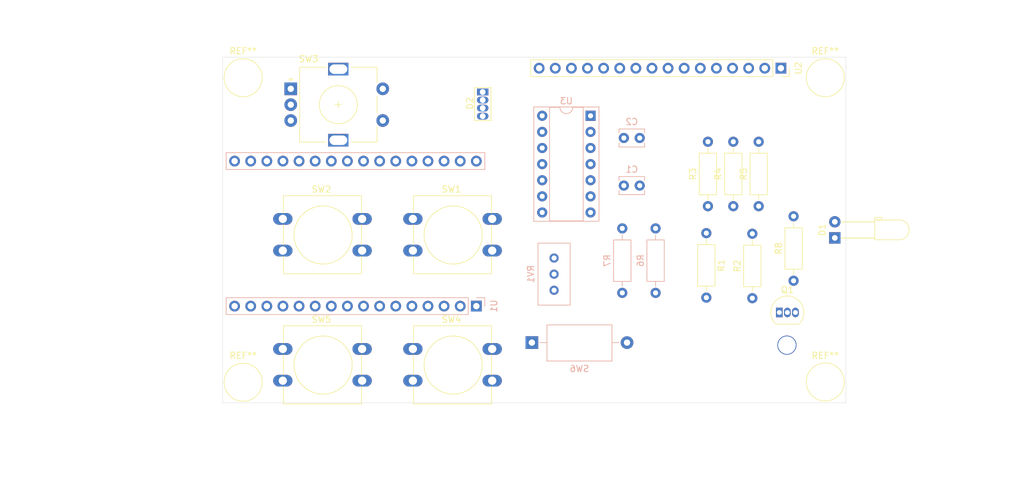
<source format=kicad_pcb>
(kicad_pcb (version 20171130) (host pcbnew 5.1.4-e60b266~84~ubuntu18.04.1)

  (general
    (thickness 1.6)
    (drawings 22)
    (tracks 0)
    (zones 0)
    (modules 27)
    (nets 29)
  )

  (page A4)
  (layers
    (0 F.Cu signal)
    (31 B.Cu signal)
    (32 B.Adhes user)
    (33 F.Adhes user)
    (34 B.Paste user)
    (35 F.Paste user)
    (36 B.SilkS user)
    (37 F.SilkS user)
    (38 B.Mask user)
    (39 F.Mask user)
    (40 Dwgs.User user)
    (41 Cmts.User user)
    (42 Eco1.User user)
    (43 Eco2.User user)
    (44 Edge.Cuts user)
    (45 Margin user)
    (46 B.CrtYd user)
    (47 F.CrtYd user hide)
    (48 B.Fab user)
    (49 F.Fab user hide)
  )

  (setup
    (last_trace_width 0.25)
    (trace_clearance 0.2)
    (zone_clearance 0.508)
    (zone_45_only no)
    (trace_min 0.2)
    (via_size 0.8)
    (via_drill 0.4)
    (via_min_size 0.4)
    (via_min_drill 0.3)
    (uvia_size 0.3)
    (uvia_drill 0.1)
    (uvias_allowed no)
    (uvia_min_size 0.2)
    (uvia_min_drill 0.1)
    (edge_width 0.05)
    (segment_width 0.2)
    (pcb_text_width 0.3)
    (pcb_text_size 1.5 1.5)
    (mod_edge_width 0.12)
    (mod_text_size 1 1)
    (mod_text_width 0.15)
    (pad_size 3.048 1.85)
    (pad_drill 1.3)
    (pad_to_mask_clearance 0.051)
    (solder_mask_min_width 0.25)
    (aux_axis_origin 0 0)
    (visible_elements FFFFF77F)
    (pcbplotparams
      (layerselection 0x010fc_ffffffff)
      (usegerberextensions false)
      (usegerberattributes false)
      (usegerberadvancedattributes false)
      (creategerberjobfile false)
      (excludeedgelayer true)
      (linewidth 0.100000)
      (plotframeref false)
      (viasonmask false)
      (mode 1)
      (useauxorigin false)
      (hpglpennumber 1)
      (hpglpenspeed 20)
      (hpglpendiameter 15.000000)
      (psnegative false)
      (psa4output false)
      (plotreference true)
      (plotvalue true)
      (plotinvisibletext false)
      (padsonsilk false)
      (subtractmaskfromsilk false)
      (outputformat 1)
      (mirror false)
      (drillshape 1)
      (scaleselection 1)
      (outputdirectory ""))
  )

  (net 0 "")
  (net 1 +3V3)
  (net 2 GND)
  (net 3 "Net-(C1-Pad2)")
  (net 4 "Net-(C1-Pad1)")
  (net 5 "Net-(C2-Pad1)")
  (net 6 "Net-(D1-Pad2)")
  (net 7 "Net-(D1-Pad1)")
  (net 8 "Net-(D2-Pad2)")
  (net 9 "Net-(D2-Pad1)")
  (net 10 /Led_IR)
  (net 11 /Led_B)
  (net 12 /Led_G)
  (net 13 /Led_R)
  (net 14 /Btn_Blue)
  (net 15 /Btn_Yellow)
  (net 16 /Btn_Green)
  (net 17 /Btn_Red)
  (net 18 /Tilt)
  (net 19 "Net-(Q1-Pad2)")
  (net 20 "Net-(RV1-Pad2)")
  (net 21 "Net-(D2-Pad3)")
  (net 22 /SDA)
  (net 23 /SCL)
  (net 24 /CS)
  (net 25 /SCK)
  (net 26 /MISO)
  (net 27 /MOSI)
  (net 28 "Net-(R2-Pad1)")

  (net_class Default "Ceci est la Netclass par défaut."
    (clearance 0.2)
    (trace_width 0.25)
    (via_dia 0.8)
    (via_drill 0.4)
    (uvia_dia 0.3)
    (uvia_drill 0.1)
    (add_net +3V3)
    (add_net /Btn_Blue)
    (add_net /Btn_Green)
    (add_net /Btn_Red)
    (add_net /Btn_Yellow)
    (add_net /CS)
    (add_net /Led_B)
    (add_net /Led_G)
    (add_net /Led_IR)
    (add_net /Led_R)
    (add_net /MISO)
    (add_net /MOSI)
    (add_net /SCK)
    (add_net /SCL)
    (add_net /SDA)
    (add_net /Tilt)
    (add_net GND)
    (add_net "Net-(C1-Pad1)")
    (add_net "Net-(C1-Pad2)")
    (add_net "Net-(C2-Pad1)")
    (add_net "Net-(D1-Pad1)")
    (add_net "Net-(D1-Pad2)")
    (add_net "Net-(D2-Pad1)")
    (add_net "Net-(D2-Pad2)")
    (add_net "Net-(D2-Pad3)")
    (add_net "Net-(Q1-Pad2)")
    (add_net "Net-(R2-Pad1)")
    (add_net "Net-(RV1-Pad2)")
  )

  (module MountingHole:MountingHole_3.2mm_M3 (layer F.Cu) (tedit 56D1B4CB) (tstamp 5D49E1C3)
    (at 117.25 50.75)
    (descr "Mounting Hole 3.2mm, no annular, M3")
    (tags "mounting hole 3.2mm no annular m3")
    (attr virtual)
    (fp_text reference REF** (at 0 -4.2) (layer F.SilkS)
      (effects (font (size 1 1) (thickness 0.15)))
    )
    (fp_text value MountingHole_3.2mm_M3 (at 0 4.2) (layer F.Fab)
      (effects (font (size 1 1) (thickness 0.15)))
    )
    (fp_text user %R (at 0.3 0) (layer F.Fab)
      (effects (font (size 1 1) (thickness 0.15)))
    )
    (fp_circle (center 0 0) (end 3.2 0) (layer Cmts.User) (width 0.15))
    (fp_circle (center 0 0) (end 3.45 0) (layer F.CrtYd) (width 0.05))
    (pad 1 np_thru_hole circle (at 0 0) (size 3.2 3.2) (drill 3.2) (layers *.Cu *.Mask))
  )

  (module MountingHole:MountingHole_3.2mm_M3 (layer F.Cu) (tedit 56D1B4CB) (tstamp 5D49E1B5)
    (at 117.25 98.75)
    (descr "Mounting Hole 3.2mm, no annular, M3")
    (tags "mounting hole 3.2mm no annular m3")
    (attr virtual)
    (fp_text reference REF** (at 0 -4.2) (layer F.SilkS)
      (effects (font (size 1 1) (thickness 0.15)))
    )
    (fp_text value MountingHole_3.2mm_M3 (at 0 4.2) (layer F.Fab)
      (effects (font (size 1 1) (thickness 0.15)))
    )
    (fp_circle (center 0 0) (end 3.45 0) (layer F.CrtYd) (width 0.05))
    (fp_circle (center 0 0) (end 3.2 0) (layer Cmts.User) (width 0.15))
    (fp_text user %R (at 0.3 0) (layer F.Fab)
      (effects (font (size 1 1) (thickness 0.15)))
    )
    (pad 1 np_thru_hole circle (at 0 0) (size 3.2 3.2) (drill 3.2) (layers *.Cu *.Mask))
  )

  (module MountingHole:MountingHole_3.2mm_M3 (layer F.Cu) (tedit 56D1B4CB) (tstamp 5D49E1A7)
    (at 209 98.75)
    (descr "Mounting Hole 3.2mm, no annular, M3")
    (tags "mounting hole 3.2mm no annular m3")
    (attr virtual)
    (fp_text reference REF** (at 0 -4.2) (layer F.SilkS)
      (effects (font (size 1 1) (thickness 0.15)))
    )
    (fp_text value MountingHole_3.2mm_M3 (at 0 4.2) (layer F.Fab)
      (effects (font (size 1 1) (thickness 0.15)))
    )
    (fp_text user %R (at 0.3 0) (layer F.Fab)
      (effects (font (size 1 1) (thickness 0.15)))
    )
    (fp_circle (center 0 0) (end 3.2 0) (layer Cmts.User) (width 0.15))
    (fp_circle (center 0 0) (end 3.45 0) (layer F.CrtYd) (width 0.05))
    (pad 1 np_thru_hole circle (at 0 0) (size 3.2 3.2) (drill 3.2) (layers *.Cu *.Mask))
  )

  (module MountingHole:MountingHole_3.2mm_M3 (layer F.Cu) (tedit 56D1B4CB) (tstamp 5D49E1A5)
    (at 209 50.75)
    (descr "Mounting Hole 3.2mm, no annular, M3")
    (tags "mounting hole 3.2mm no annular m3")
    (attr virtual)
    (fp_text reference REF** (at 0 -4.2) (layer F.SilkS)
      (effects (font (size 1 1) (thickness 0.15)))
    )
    (fp_text value MountingHole_3.2mm_M3 (at 0 4.2) (layer F.Fab)
      (effects (font (size 1 1) (thickness 0.15)))
    )
    (fp_circle (center 0 0) (end 3.45 0) (layer F.CrtYd) (width 0.05))
    (fp_circle (center 0 0) (end 3.2 0) (layer Cmts.User) (width 0.15))
    (fp_text user %R (at 0.3 0) (layer F.Fab)
      (effects (font (size 1 1) (thickness 0.15)))
    )
    (pad 1 np_thru_hole circle (at 0 0) (size 3.2 3.2) (drill 3.2) (layers *.Cu *.Mask))
  )

  (module Resistor_THT:R_Axial_DIN0207_L6.3mm_D2.5mm_P10.16mm_Horizontal (layer F.Cu) (tedit 5AE5139B) (tstamp 5D49CEC2)
    (at 204 82.75 90)
    (descr "Resistor, Axial_DIN0207 series, Axial, Horizontal, pin pitch=10.16mm, 0.25W = 1/4W, length*diameter=6.3*2.5mm^2, http://cdn-reichelt.de/documents/datenblatt/B400/1_4W%23YAG.pdf")
    (tags "Resistor Axial_DIN0207 series Axial Horizontal pin pitch 10.16mm 0.25W = 1/4W length 6.3mm diameter 2.5mm")
    (path /5D4955C3)
    (fp_text reference R8 (at 5.08 -2.37 90) (layer F.SilkS)
      (effects (font (size 1 1) (thickness 0.15)))
    )
    (fp_text value 10 (at 5.08 2.37 90) (layer F.Fab)
      (effects (font (size 1 1) (thickness 0.15)))
    )
    (fp_text user %R (at 5.08 0 90) (layer F.Fab)
      (effects (font (size 1 1) (thickness 0.15)))
    )
    (fp_line (start 11.21 -1.5) (end -1.05 -1.5) (layer F.CrtYd) (width 0.05))
    (fp_line (start 11.21 1.5) (end 11.21 -1.5) (layer F.CrtYd) (width 0.05))
    (fp_line (start -1.05 1.5) (end 11.21 1.5) (layer F.CrtYd) (width 0.05))
    (fp_line (start -1.05 -1.5) (end -1.05 1.5) (layer F.CrtYd) (width 0.05))
    (fp_line (start 9.12 0) (end 8.35 0) (layer F.SilkS) (width 0.12))
    (fp_line (start 1.04 0) (end 1.81 0) (layer F.SilkS) (width 0.12))
    (fp_line (start 8.35 -1.37) (end 1.81 -1.37) (layer F.SilkS) (width 0.12))
    (fp_line (start 8.35 1.37) (end 8.35 -1.37) (layer F.SilkS) (width 0.12))
    (fp_line (start 1.81 1.37) (end 8.35 1.37) (layer F.SilkS) (width 0.12))
    (fp_line (start 1.81 -1.37) (end 1.81 1.37) (layer F.SilkS) (width 0.12))
    (fp_line (start 10.16 0) (end 8.23 0) (layer F.Fab) (width 0.1))
    (fp_line (start 0 0) (end 1.93 0) (layer F.Fab) (width 0.1))
    (fp_line (start 8.23 -1.25) (end 1.93 -1.25) (layer F.Fab) (width 0.1))
    (fp_line (start 8.23 1.25) (end 8.23 -1.25) (layer F.Fab) (width 0.1))
    (fp_line (start 1.93 1.25) (end 8.23 1.25) (layer F.Fab) (width 0.1))
    (fp_line (start 1.93 -1.25) (end 1.93 1.25) (layer F.Fab) (width 0.1))
    (pad 2 thru_hole oval (at 10.16 0 90) (size 1.6 1.6) (drill 0.8) (layers *.Cu *.Mask)
      (net 28 "Net-(R2-Pad1)"))
    (pad 1 thru_hole circle (at 0 0 90) (size 1.6 1.6) (drill 0.8) (layers *.Cu *.Mask)
      (net 1 +3V3))
    (model ${KISYS3DMOD}/Resistor_THT.3dshapes/R_Axial_DIN0207_L6.3mm_D2.5mm_P10.16mm_Horizontal.wrl
      (at (xyz 0 0 0))
      (scale (xyz 1 1 1))
      (rotate (xyz 0 0 0))
    )
  )

  (module LED_THT:LED_D3.0mm_Horizontal_O6.35mm_Z2.0mm (layer F.Cu) (tedit 5880A862) (tstamp 5D49CD43)
    (at 210.5 76 90)
    (descr "LED, diameter 3.0mm z-position of LED center 2.0mm, 2 pins, diameter 3.0mm z-position of LED center 2.0mm, 2 pins, diameter 3.0mm z-position of LED center 2.0mm, 2 pins")
    (tags "LED diameter 3.0mm z-position of LED center 2.0mm 2 pins diameter 3.0mm z-position of LED center 2.0mm 2 pins diameter 3.0mm z-position of LED center 2.0mm 2 pins")
    (path /5D4F24B9)
    (fp_text reference D1 (at 1.27 -1.96 90) (layer F.SilkS)
      (effects (font (size 1 1) (thickness 0.15)))
    )
    (fp_text value IR204A (at 1.27 12.71 90) (layer F.Fab)
      (effects (font (size 1 1) (thickness 0.15)))
    )
    (fp_line (start 3.75 -1.25) (end -1.25 -1.25) (layer F.CrtYd) (width 0.05))
    (fp_line (start 3.75 12) (end 3.75 -1.25) (layer F.CrtYd) (width 0.05))
    (fp_line (start -1.25 12) (end 3.75 12) (layer F.CrtYd) (width 0.05))
    (fp_line (start -1.25 -1.25) (end -1.25 12) (layer F.CrtYd) (width 0.05))
    (fp_line (start 2.54 1.08) (end 2.54 1.08) (layer F.SilkS) (width 0.12))
    (fp_line (start 2.54 6.29) (end 2.54 1.08) (layer F.SilkS) (width 0.12))
    (fp_line (start 2.54 6.29) (end 2.54 6.29) (layer F.SilkS) (width 0.12))
    (fp_line (start 2.54 1.08) (end 2.54 6.29) (layer F.SilkS) (width 0.12))
    (fp_line (start 0 1.08) (end 0 1.08) (layer F.SilkS) (width 0.12))
    (fp_line (start 0 6.29) (end 0 1.08) (layer F.SilkS) (width 0.12))
    (fp_line (start 0 6.29) (end 0 6.29) (layer F.SilkS) (width 0.12))
    (fp_line (start 0 1.08) (end 0 6.29) (layer F.SilkS) (width 0.12))
    (fp_line (start 2.83 6.29) (end 3.23 6.29) (layer F.SilkS) (width 0.12))
    (fp_line (start 2.83 7.41) (end 2.83 6.29) (layer F.SilkS) (width 0.12))
    (fp_line (start 3.23 7.41) (end 2.83 7.41) (layer F.SilkS) (width 0.12))
    (fp_line (start 3.23 6.29) (end 3.23 7.41) (layer F.SilkS) (width 0.12))
    (fp_line (start -0.29 6.29) (end 2.83 6.29) (layer F.SilkS) (width 0.12))
    (fp_line (start 2.83 6.29) (end 2.83 10.15) (layer F.SilkS) (width 0.12))
    (fp_line (start -0.29 6.29) (end -0.29 10.15) (layer F.SilkS) (width 0.12))
    (fp_line (start 2.54 0) (end 2.54 0) (layer F.Fab) (width 0.1))
    (fp_line (start 2.54 6.35) (end 2.54 0) (layer F.Fab) (width 0.1))
    (fp_line (start 2.54 6.35) (end 2.54 6.35) (layer F.Fab) (width 0.1))
    (fp_line (start 2.54 0) (end 2.54 6.35) (layer F.Fab) (width 0.1))
    (fp_line (start 0 0) (end 0 0) (layer F.Fab) (width 0.1))
    (fp_line (start 0 6.35) (end 0 0) (layer F.Fab) (width 0.1))
    (fp_line (start 0 6.35) (end 0 6.35) (layer F.Fab) (width 0.1))
    (fp_line (start 0 0) (end 0 6.35) (layer F.Fab) (width 0.1))
    (fp_line (start 2.77 6.35) (end 3.17 6.35) (layer F.Fab) (width 0.1))
    (fp_line (start 2.77 7.35) (end 2.77 6.35) (layer F.Fab) (width 0.1))
    (fp_line (start 3.17 7.35) (end 2.77 7.35) (layer F.Fab) (width 0.1))
    (fp_line (start 3.17 6.35) (end 3.17 7.35) (layer F.Fab) (width 0.1))
    (fp_line (start -0.23 6.35) (end 2.77 6.35) (layer F.Fab) (width 0.1))
    (fp_line (start 2.77 6.35) (end 2.77 10.15) (layer F.Fab) (width 0.1))
    (fp_line (start -0.23 6.35) (end -0.23 10.15) (layer F.Fab) (width 0.1))
    (fp_arc (start 1.27 10.15) (end -0.29 10.15) (angle -180) (layer F.SilkS) (width 0.12))
    (fp_arc (start 1.27 10.15) (end -0.23 10.15) (angle -180) (layer F.Fab) (width 0.1))
    (pad 2 thru_hole circle (at 2.54 0 90) (size 1.8 1.8) (drill 0.9) (layers *.Cu *.Mask)
      (net 6 "Net-(D1-Pad2)"))
    (pad 1 thru_hole rect (at 0 0 90) (size 1.8 1.8) (drill 0.9) (layers *.Cu *.Mask)
      (net 7 "Net-(D1-Pad1)"))
    (model ${KISYS3DMOD}/LED_THT.3dshapes/LED_D3.0mm_Horizontal_O6.35mm_Z2.0mm.wrl
      (at (xyz 0 0 0))
      (scale (xyz 1 1 1))
      (rotate (xyz 0 0 0))
    )
  )

  (module Project_Module:TFT_1_8_SPI_128x160_PinSocket_1x16_P2.54mm_Vertical (layer F.Cu) (tedit 5D4887F1) (tstamp 5D49B4B3)
    (at 202 49.25 270)
    (descr "Through hole straight socket strip, 1x16, 2.54mm pitch, single row (from Kicad 4.0.7), script generated")
    (tags "Through hole socket strip THT 1x16 2.54mm single row")
    (path /5D438FC2)
    (fp_text reference U2 (at 0 -2.77 90) (layer F.SilkS)
      (effects (font (size 1 1) (thickness 0.15)))
    )
    (fp_text value TFT_1_8_SPI_128x160 (at 3 19.5) (layer F.Fab)
      (effects (font (size 1 1) (thickness 0.15)))
    )
    (fp_line (start 33.5 10.5) (end 35.5 7) (layer Eco2.User) (width 0.12))
    (fp_line (start 33.5 16) (end 33.5 10.5) (layer Eco2.User) (width 0.12))
    (fp_line (start 35.5 7) (end 35.5 -4) (layer Eco2.User) (width 0.12))
    (fp_line (start 7 16) (end 33.5 16) (layer Eco2.User) (width 0.12))
    (fp_line (start 7 -4) (end 7 16) (layer Eco2.User) (width 0.12))
    (fp_line (start -1.5 42) (end -1.5 -4) (layer Eco2.User) (width 0.12))
    (fp_line (start 49.5 42) (end -1.5 42) (layer Eco2.User) (width 0.12))
    (fp_line (start 49.5 -4) (end 49.5 42) (layer Eco2.User) (width 0.12))
    (fp_line (start -1.5 -4) (end 49.5 -4) (layer Eco2.User) (width 0.12))
    (fp_text user 2.75 (at 46.55 -2.55 90) (layer Eco2.User)
      (effects (font (size 1 1) (thickness 0.15)))
    )
    (fp_line (start 41.55 -0.95) (end 45.75 -0.95) (layer Eco2.User) (width 0.12))
    (fp_line (start 43.65 1.2) (end 43.65 -3.1) (layer Eco2.User) (width 0.12))
    (fp_circle (center 43.65 -0.95) (end 45.025 -0.95) (layer Eco2.User) (width 0.12))
    (fp_text user %R (at -3 19) (layer F.Fab)
      (effects (font (size 1 1) (thickness 0.15)))
    )
    (fp_line (start -1.8 39.9) (end -1.8 -1.8) (layer F.CrtYd) (width 0.05))
    (fp_line (start 1.75 39.9) (end -1.8 39.9) (layer F.CrtYd) (width 0.05))
    (fp_line (start 1.75 -1.8) (end 1.75 39.9) (layer F.CrtYd) (width 0.05))
    (fp_line (start -1.8 -1.8) (end 1.75 -1.8) (layer F.CrtYd) (width 0.05))
    (fp_line (start 0 -1.33) (end 1.33 -1.33) (layer F.SilkS) (width 0.12))
    (fp_line (start 1.33 -1.33) (end 1.33 0) (layer F.SilkS) (width 0.12))
    (fp_line (start 1.33 1.27) (end 1.33 39.43) (layer F.SilkS) (width 0.12))
    (fp_line (start -1.33 39.43) (end 1.33 39.43) (layer F.SilkS) (width 0.12))
    (fp_line (start -1.33 1.27) (end -1.33 39.43) (layer F.SilkS) (width 0.12))
    (fp_line (start -1.33 1.27) (end 1.33 1.27) (layer F.SilkS) (width 0.12))
    (fp_line (start -1.27 39.37) (end -1.27 -1.27) (layer F.Fab) (width 0.1))
    (fp_line (start 1.27 39.37) (end -1.27 39.37) (layer F.Fab) (width 0.1))
    (fp_line (start 1.27 -0.635) (end 1.27 39.37) (layer F.Fab) (width 0.1))
    (fp_line (start 0.635 -1.27) (end 1.27 -0.635) (layer F.Fab) (width 0.1))
    (fp_line (start -1.27 -1.27) (end 0.635 -1.27) (layer F.Fab) (width 0.1))
    (pad "" np_thru_hole circle (at 43.65 -0.95 270) (size 3 3) (drill 2.75) (layers *.Cu *.Mask))
    (pad 16 thru_hole oval (at 0 38.1 270) (size 1.7 1.7) (drill 1) (layers *.Cu *.Mask)
      (net 2 GND))
    (pad 15 thru_hole oval (at 0 35.56 270) (size 1.7 1.7) (drill 1) (layers *.Cu *.Mask)
      (net 1 +3V3))
    (pad 14 thru_hole oval (at 0 33.02 270) (size 1.7 1.7) (drill 1) (layers *.Cu *.Mask))
    (pad 13 thru_hole oval (at 0 30.48 270) (size 1.7 1.7) (drill 1) (layers *.Cu *.Mask))
    (pad 12 thru_hole oval (at 0 27.94 270) (size 1.7 1.7) (drill 1) (layers *.Cu *.Mask))
    (pad 11 thru_hole oval (at 0 25.4 270) (size 1.7 1.7) (drill 1) (layers *.Cu *.Mask))
    (pad 10 thru_hole oval (at 0 22.86 270) (size 1.7 1.7) (drill 1) (layers *.Cu *.Mask))
    (pad 9 thru_hole oval (at 0 20.32 270) (size 1.7 1.7) (drill 1) (layers *.Cu *.Mask)
      (net 22 /SDA))
    (pad 8 thru_hole oval (at 0 17.78 270) (size 1.7 1.7) (drill 1) (layers *.Cu *.Mask)
      (net 23 /SCL))
    (pad 7 thru_hole oval (at 0 15.24 270) (size 1.7 1.7) (drill 1) (layers *.Cu *.Mask)
      (net 24 /CS))
    (pad 6 thru_hole oval (at 0 12.7 270) (size 1.7 1.7) (drill 1) (layers *.Cu *.Mask)
      (net 25 /SCK))
    (pad 5 thru_hole oval (at 0 10.16 270) (size 1.7 1.7) (drill 1) (layers *.Cu *.Mask)
      (net 26 /MISO))
    (pad 4 thru_hole oval (at 0 7.62 270) (size 1.7 1.7) (drill 1) (layers *.Cu *.Mask)
      (net 27 /MOSI))
    (pad 3 thru_hole oval (at 0 5.08 270) (size 1.7 1.7) (drill 1) (layers *.Cu *.Mask))
    (pad 2 thru_hole oval (at 0 2.54 270) (size 1.7 1.7) (drill 1) (layers *.Cu *.Mask))
    (pad 1 thru_hole rect (at 0 0 270) (size 1.7 1.7) (drill 1) (layers *.Cu *.Mask))
    (model ${KISYS3DMOD}/Connector_PinSocket_2.54mm.3dshapes/PinSocket_1x16_P2.54mm_Vertical.wrl
      (at (xyz 0 0 0))
      (scale (xyz 1 1 1))
      (rotate (xyz 0 0 0))
    )
    (model ${KIPRJMOD}/project_module.pretty/tft_1_8in_128x160.step
      (offset (xyz 24.25 -42.05 10))
      (scale (xyz 1 1 1))
      (rotate (xyz 0 0 0))
    )
    (model ${KIPRJMOD}/project_module.pretty/M2_5x10-Spacer.step
      (offset (xyz 43.65 1.1 0))
      (scale (xyz 1 1 1))
      (rotate (xyz 0 0 0))
    )
    (model ${KIPRJMOD}/project_module.pretty/M2_5x5-Screw.step
      (offset (xyz 43.65 1.1 11.6))
      (scale (xyz 1 1 1))
      (rotate (xyz 0 0 0))
    )
    (model ${KIPRJMOD}/project_module.pretty/M2_5x5-Screw.step
      (offset (xyz 43.65 1.1 -1.8))
      (scale (xyz 1 1 1))
      (rotate (xyz 180 0 0))
    )
  )

  (module Project_Module:LED_RGBA_RECT_5.0mm_2.45mm (layer F.Cu) (tedit 5D489847) (tstamp 5D49981D)
    (at 155 53 270)
    (descr "LED, diameter 5.0mm, 2 pins, diameter 5.0mm, 3 pins, diameter 5.0mm, 4 pins, http://www.kingbright.com/attachments/file/psearch/000/00/00/L-154A4SUREQBFZGEW(Ver.9A).pdf")
    (tags "LED diameter 5.0mm 2 pins diameter 5.0mm 3 pins diameter 5.0mm 4 pins RGB RGBLED")
    (path /5D4F35BC)
    (fp_text reference D2 (at 1.8 2 90) (layer F.SilkS)
      (effects (font (size 1 1) (thickness 0.15)))
    )
    (fp_text value LED_RGBA (at 2.1 3 90) (layer F.Fab)
      (effects (font (size 1 1) (thickness 0.15)))
    )
    (fp_line (start -0.7 1.3) (end -0.7 -1.3) (layer F.SilkS) (width 0.12))
    (fp_line (start 4.5 1.3) (end -0.7 1.3) (layer F.SilkS) (width 0.12))
    (fp_line (start 4.5 -1.3) (end 4.5 1.3) (layer F.SilkS) (width 0.12))
    (fp_line (start -0.7 -1.3) (end 4.5 -1.3) (layer F.SilkS) (width 0.12))
    (fp_line (start 4.4 1.2) (end -0.6 1.2) (layer F.Fab) (width 0.12))
    (fp_line (start 4.4 -1.2) (end 4.4 1.2) (layer F.Fab) (width 0.12))
    (fp_line (start -0.6 -1.2) (end 4.4 -1.2) (layer F.Fab) (width 0.12))
    (fp_line (start -0.6 1.2) (end -0.6 -1.2) (layer F.Fab) (width 0.12))
    (fp_text user %R (at 2.2 -2.6 90) (layer F.Fab)
      (effects (font (size 1 1) (thickness 0.15)))
    )
    (fp_line (start 4.8 -1.6) (end -1 -1.6) (layer F.CrtYd) (width 0.05))
    (fp_line (start 4.8 1.6) (end 4.8 -1.6) (layer F.CrtYd) (width 0.05))
    (fp_line (start -1 1.6) (end 4.8 1.6) (layer F.CrtYd) (width 0.05))
    (fp_line (start -1 -1.6) (end -1 1.6) (layer F.CrtYd) (width 0.05))
    (pad 4 thru_hole oval (at 3.81 0 270) (size 1.07 1.8) (drill 0.9) (layers *.Cu *.Mask)
      (net 1 +3V3))
    (pad 3 thru_hole oval (at 2.54 0 270) (size 1.07 1.8) (drill 0.9) (layers *.Cu *.Mask)
      (net 21 "Net-(D2-Pad3)"))
    (pad 2 thru_hole oval (at 1.27 0 270) (size 1.07 1.8) (drill 0.9) (layers *.Cu *.Mask)
      (net 8 "Net-(D2-Pad2)"))
    (pad 1 thru_hole rect (at 0 0 270) (size 1.07 1.8) (drill 0.9) (layers *.Cu *.Mask)
      (net 9 "Net-(D2-Pad1)"))
    (model ${KIPRJMOD}/project_module.pretty/led_rgb_rectangle.step
      (offset (xyz 1.9 0 9.5))
      (scale (xyz 1 1 1))
      (rotate (xyz 0 0 0))
    )
  )

  (module Project_Module:D32Pro_PinSocket_2x1x16_P2.54mm_Vertical (layer B.Cu) (tedit 5D488BC1) (tstamp 5D46A0D8)
    (at 154 86.75 90)
    (descr "Through hole straight socket strip, 1x16, 2.54mm pitch, single row (from Kicad 4.0.7), script generated")
    (tags "Through hole socket strip THT 1x16 2.54mm single row")
    (path /5D41ED62)
    (fp_text reference U1 (at 0 2.77 90) (layer B.SilkS)
      (effects (font (size 1 1) (thickness 0.15)) (justify mirror))
    )
    (fp_text value D32Pro (at 3.2385 -18.796 180) (layer B.Fab)
      (effects (font (size 1 1) (thickness 0.15)) (justify mirror))
    )
    (fp_text user i2c (at 0.9 -43.2 90) (layer Eco2.User)
      (effects (font (size 1 1) (thickness 0.15)))
    )
    (fp_line (start 3.1 -40.4) (end -1.4 -40.4) (layer Eco2.User) (width 0.12))
    (fp_line (start 3.1 -46.4) (end 3.1 -40.4) (layer Eco2.User) (width 0.12))
    (fp_line (start -1.4 -46.4) (end 3.1 -46.4) (layer Eco2.User) (width 0.12))
    (fp_text user "µ sd" (at 21.7 -45.5 90) (layer Eco2.User)
      (effects (font (size 1 1) (thickness 0.15)))
    )
    (fp_line (start 19.2 -40.4) (end 24.2 -40.4) (layer Eco2.User) (width 0.12))
    (fp_line (start 19.2 -51.4) (end 19.2 -40.4) (layer Eco2.User) (width 0.12))
    (fp_line (start 24.2 -51.4) (end 19.2 -51.4) (layer Eco2.User) (width 0.12))
    (fp_circle (center 21.2 -55.4) (end 21.9 -54.6) (layer Eco2.User) (width 0.12))
    (fp_line (start 23.2 -53.9) (end 23.2 -56.9) (layer Eco2.User) (width 0.12))
    (fp_line (start 19.2 -53.9) (end 23.2 -53.9) (layer Eco2.User) (width 0.12))
    (fp_line (start 19.1 -56.9) (end 19.1 -53.9) (layer Eco2.User) (width 0.12))
    (fp_line (start 23.1 -56.9) (end 19.1 -56.9) (layer Eco2.User) (width 0.12))
    (fp_text user bat. (at 2.6 -51.8 270) (layer Eco2.User)
      (effects (font (size 1 1) (thickness 0.15)))
    )
    (fp_line (start 6.6 -47.9) (end -1.4 -47.9) (layer Eco2.User) (width 0.12))
    (fp_line (start 6.6 -55.8) (end 6.6 -47.9) (layer Eco2.User) (width 0.12))
    (fp_line (start -1.4 -55.8) (end 6.6 -55.8) (layer Eco2.User) (width 0.12))
    (fp_text user "µ usb" (at 12.1 -54.4 90) (layer Eco2.User)
      (effects (font (size 1 1) (thickness 0.15)))
    )
    (fp_line (start 15.5 -52.1) (end 15.5 -57.4) (layer Eco2.User) (width 0.12))
    (fp_line (start 8.6 -52.1) (end 15.5 -52.1) (layer Eco2.User) (width 0.12))
    (fp_line (start 8.6 -57.4) (end 8.6 -52.1) (layer Eco2.User) (width 0.12))
    (fp_line (start 24.2 -57.404) (end 24.2 7.62) (layer Eco2.User) (width 0.12))
    (fp_line (start -1.454 -57.404) (end 24.2 -57.404) (layer Eco2.User) (width 0.12))
    (fp_line (start -1.454 -57.404) (end -1.454 7.62) (layer Eco2.User) (width 0.12))
    (fp_line (start -1.454 7.62) (end 24.2 7.62) (layer Eco2.User) (width 0.12))
    (fp_line (start 24.13 -39.37) (end 21.59 -39.37) (layer B.Fab) (width 0.1))
    (fp_line (start 21.53 -39.43) (end 24.19 -39.43) (layer B.SilkS) (width 0.12))
    (fp_line (start 21.06 -39.9) (end 21.06 1.8) (layer B.CrtYd) (width 0.05))
    (fp_line (start 21.53 1.3335) (end 21.53 -39.43) (layer B.SilkS) (width 0.12))
    (fp_line (start 24.61 -39.9) (end 21.06 -39.9) (layer B.CrtYd) (width 0.05))
    (fp_line (start 24.19 1.3335) (end 24.19 -39.43) (layer B.SilkS) (width 0.12))
    (fp_line (start 21.59 1.27) (end 24.13 1.27) (layer B.Fab) (width 0.1))
    (fp_line (start 24.13 1.27) (end 24.13 -39.37) (layer B.Fab) (width 0.1))
    (fp_line (start 21.53 1.3335) (end 24.19 1.3335) (layer B.SilkS) (width 0.12))
    (fp_line (start 21.06 1.8) (end 24.61 1.8) (layer B.CrtYd) (width 0.05))
    (fp_line (start 24.61 1.8) (end 24.61 -39.9) (layer B.CrtYd) (width 0.05))
    (fp_line (start 21.59 -39.37) (end 21.59 1.27) (layer B.Fab) (width 0.1))
    (fp_text user %R (at -2.7305 -18.7325 180) (layer B.Fab)
      (effects (font (size 1 1) (thickness 0.15)) (justify mirror))
    )
    (fp_line (start -1.8 -39.9) (end -1.8 1.8) (layer B.CrtYd) (width 0.05))
    (fp_line (start 1.75 -39.9) (end -1.8 -39.9) (layer B.CrtYd) (width 0.05))
    (fp_line (start 1.75 1.8) (end 1.75 -39.9) (layer B.CrtYd) (width 0.05))
    (fp_line (start -1.8 1.8) (end 1.75 1.8) (layer B.CrtYd) (width 0.05))
    (fp_line (start 0 1.33) (end 1.33 1.33) (layer B.SilkS) (width 0.12))
    (fp_line (start 1.33 1.33) (end 1.33 0) (layer B.SilkS) (width 0.12))
    (fp_line (start 1.33 -1.27) (end 1.33 -39.43) (layer B.SilkS) (width 0.12))
    (fp_line (start -1.33 -39.43) (end 1.33 -39.43) (layer B.SilkS) (width 0.12))
    (fp_line (start -1.33 -1.27) (end -1.33 -39.43) (layer B.SilkS) (width 0.12))
    (fp_line (start -1.33 -1.27) (end 1.33 -1.27) (layer B.SilkS) (width 0.12))
    (fp_line (start -1.27 -39.37) (end -1.27 1.27) (layer B.Fab) (width 0.1))
    (fp_line (start 1.27 -39.37) (end -1.27 -39.37) (layer B.Fab) (width 0.1))
    (fp_line (start 1.27 0.635) (end 1.27 -39.37) (layer B.Fab) (width 0.1))
    (fp_line (start 0.635 1.27) (end 1.27 0.635) (layer B.Fab) (width 0.1))
    (fp_line (start -1.27 1.27) (end 0.635 1.27) (layer B.Fab) (width 0.1))
    (pad 21 thru_hole oval (at 22.86 -27.94 90) (size 1.7 1.7) (drill 1) (layers *.Cu *.Mask)
      (net 24 /CS))
    (pad 22 thru_hole oval (at 22.86 -25.4 90) (size 1.7 1.7) (drill 1) (layers *.Cu *.Mask))
    (pad 30 thru_hole oval (at 22.86 -5.08 90) (size 1.7 1.7) (drill 1) (layers *.Cu *.Mask)
      (net 23 /SCL))
    (pad 29 thru_hole oval (at 22.86 -7.62 90) (size 1.7 1.7) (drill 1) (layers *.Cu *.Mask))
    (pad 23 thru_hole oval (at 22.86 -22.86 90) (size 1.7 1.7) (drill 1) (layers *.Cu *.Mask))
    (pad 32 thru_hole circle (at 22.86 0 90) (size 1.7 1.7) (drill 1) (layers *.Cu *.Mask)
      (net 2 GND))
    (pad 17 thru_hole oval (at 22.86 -38.1 90) (size 1.7 1.7) (drill 1) (layers *.Cu *.Mask)
      (net 2 GND))
    (pad 27 thru_hole oval (at 22.86 -12.7 90) (size 1.7 1.7) (drill 1) (layers *.Cu *.Mask)
      (net 22 /SDA))
    (pad 31 thru_hole oval (at 22.86 -2.54 90) (size 1.7 1.7) (drill 1) (layers *.Cu *.Mask)
      (net 27 /MOSI))
    (pad 20 thru_hole oval (at 22.86 -30.48 90) (size 1.7 1.7) (drill 1) (layers *.Cu *.Mask))
    (pad 25 thru_hole oval (at 22.86 -17.78 90) (size 1.7 1.7) (drill 1) (layers *.Cu *.Mask)
      (net 25 /SCK))
    (pad 18 thru_hole oval (at 22.86 -35.56 90) (size 1.7 1.7) (drill 1) (layers *.Cu *.Mask))
    (pad 28 thru_hole oval (at 22.86 -10.16 90) (size 1.7 1.7) (drill 1) (layers *.Cu *.Mask))
    (pad 19 thru_hole oval (at 22.86 -33.02 90) (size 1.7 1.7) (drill 1) (layers *.Cu *.Mask))
    (pad 24 thru_hole oval (at 22.86 -20.32 90) (size 1.7 1.7) (drill 1) (layers *.Cu *.Mask))
    (pad 26 thru_hole oval (at 22.86 -15.24 90) (size 1.7 1.7) (drill 1) (layers *.Cu *.Mask)
      (net 26 /MISO))
    (pad 16 thru_hole oval (at 0 -38.1 90) (size 1.7 1.7) (drill 1) (layers *.Cu *.Mask))
    (pad 15 thru_hole oval (at 0 -35.56 90) (size 1.7 1.7) (drill 1) (layers *.Cu *.Mask))
    (pad 14 thru_hole oval (at 0 -33.02 90) (size 1.7 1.7) (drill 1) (layers *.Cu *.Mask))
    (pad 13 thru_hole oval (at 0 -30.48 90) (size 1.7 1.7) (drill 1) (layers *.Cu *.Mask)
      (net 10 /Led_IR))
    (pad 12 thru_hole oval (at 0 -27.94 90) (size 1.7 1.7) (drill 1) (layers *.Cu *.Mask)
      (net 11 /Led_B))
    (pad 11 thru_hole oval (at 0 -25.4 90) (size 1.7 1.7) (drill 1) (layers *.Cu *.Mask)
      (net 12 /Led_G))
    (pad 10 thru_hole oval (at 0 -22.86 90) (size 1.7 1.7) (drill 1) (layers *.Cu *.Mask)
      (net 13 /Led_R))
    (pad 9 thru_hole oval (at 0 -20.32 90) (size 1.7 1.7) (drill 1) (layers *.Cu *.Mask)
      (net 14 /Btn_Blue))
    (pad 8 thru_hole oval (at 0 -17.78 90) (size 1.7 1.7) (drill 1) (layers *.Cu *.Mask)
      (net 15 /Btn_Yellow))
    (pad 7 thru_hole oval (at 0 -15.24 90) (size 1.7 1.7) (drill 1) (layers *.Cu *.Mask)
      (net 16 /Btn_Green))
    (pad 6 thru_hole oval (at 0 -12.7 90) (size 1.7 1.7) (drill 1) (layers *.Cu *.Mask)
      (net 17 /Btn_Red))
    (pad 5 thru_hole oval (at 0 -10.16 90) (size 1.7 1.7) (drill 1) (layers *.Cu *.Mask)
      (net 18 /Tilt))
    (pad 4 thru_hole oval (at 0 -7.62 90) (size 1.7 1.7) (drill 1) (layers *.Cu *.Mask))
    (pad 3 thru_hole oval (at 0 -5.08 90) (size 1.7 1.7) (drill 1) (layers *.Cu *.Mask))
    (pad 2 thru_hole oval (at 0 -2.54 90) (size 1.7 1.7) (drill 1) (layers *.Cu *.Mask))
    (pad 1 thru_hole rect (at 0 0 90) (size 1.7 1.7) (drill 1) (layers *.Cu *.Mask)
      (net 1 +3V3))
    (model ${KISYS3DMOD}/Connector_PinSocket_2.54mm.3dshapes/PinSocket_1x16_P2.54mm_Vertical.wrl
      (at (xyz 0 0 0))
      (scale (xyz 1 1 1))
      (rotate (xyz 0 0 0))
    )
    (model ${KISYS3DMOD}/Connector_PinSocket_2.54mm.3dshapes/PinSocket_1x16_P2.54mm_Vertical.wrl
      (offset (xyz 22.86 0 0))
      (scale (xyz 1 1 1))
      (rotate (xyz 0 0 0))
    )
    (model ${KIPRJMOD}/project_module.pretty/wemos_lolin_d32_pro.step
      (offset (xyz -1.27 7.28 9.56))
      (scale (xyz 1 1 1))
      (rotate (xyz 0 0 0))
    )
  )

  (module Project_Module:SW_420_L10.0mm_D5.5mm_P15.00mm_Horizontal (layer B.Cu) (tedit 5D47D46A) (tstamp 5D457563)
    (at 162.75 92.5)
    (descr "CP, Axial series, Axial, Horizontal, pin pitch=15mm, , length*diameter=10*6mm^2, Electrolytic Capacitor, , http://www.vishay.com/docs/28325/021asm.pdf")
    (tags "CP Axial series Axial Horizontal pin pitch 15mm  length 10mm diameter 6mm Electrolytic Capacitor")
    (path /5D4B57F2)
    (fp_text reference SW6 (at 7.5 4.12) (layer B.SilkS)
      (effects (font (size 1 1) (thickness 0.15)) (justify mirror))
    )
    (fp_text value SW-420 (at 7.5 -4.12) (layer B.Fab)
      (effects (font (size 1 1) (thickness 0.15)) (justify mirror))
    )
    (fp_text user %R (at 7.5 0) (layer B.Fab)
      (effects (font (size 1 1) (thickness 0.15)) (justify mirror))
    )
    (fp_line (start 16.25 3.25) (end -1.25 3.25) (layer B.CrtYd) (width 0.05))
    (fp_line (start 16.25 -3.25) (end 16.25 3.25) (layer B.CrtYd) (width 0.05))
    (fp_line (start -1.25 -3.25) (end 16.25 -3.25) (layer B.CrtYd) (width 0.05))
    (fp_line (start -1.25 3.25) (end -1.25 -3.25) (layer B.CrtYd) (width 0.05))
    (fp_line (start 13.76 0) (end 12.62 0) (layer B.SilkS) (width 0.12))
    (fp_line (start 1.24 0) (end 2.38 0) (layer B.SilkS) (width 0.12))
    (fp_line (start 2.38 -2.8) (end 12.62 -2.8) (layer B.SilkS) (width 0.12))
    (fp_line (start 2.38 2.9) (end 12.62 2.9) (layer B.SilkS) (width 0.12))
    (fp_line (start 12.62 2.9) (end 12.62 -2.8) (layer B.SilkS) (width 0.12))
    (fp_line (start 2.38 2.9) (end 2.38 -2.8) (layer B.SilkS) (width 0.12))
    (fp_line (start 15 0) (end 12.5 0) (layer B.Fab) (width 0.1))
    (fp_line (start 0 0) (end 2.5 0) (layer B.Fab) (width 0.1))
    (fp_line (start 2.5 -2.7) (end 12.5 -2.7) (layer B.Fab) (width 0.1))
    (fp_line (start 2.5 2.8) (end 12.5 2.8) (layer B.Fab) (width 0.1))
    (fp_line (start 12.5 2.8) (end 12.5 -2.7) (layer B.Fab) (width 0.1))
    (fp_line (start 2.5 2.8) (end 2.5 -2.7) (layer B.Fab) (width 0.1))
    (pad 2 thru_hole oval (at 15 0) (size 2 2) (drill 1) (layers *.Cu *.Mask)
      (net 3 "Net-(C1-Pad2)"))
    (pad 1 thru_hole rect (at 0 0) (size 2 2) (drill 1) (layers *.Cu *.Mask)
      (net 2 GND))
    (model ${KIPRJMOD}/project_module.pretty/sw-420_15mm_Horizontal.step
      (offset (xyz 7.5 0 0))
      (scale (xyz 1 1 1))
      (rotate (xyz 0 0 0))
    )
  )

  (module Project_Module:project_RotaryEncoder_Alps_EC11E-Switch_Vertical_H20mm (layer F.Cu) (tedit 5D472FEE) (tstamp 5D424077)
    (at 124.75 52.5)
    (descr "Alps rotary encoder, EC12E... with switch, vertical shaft, http://www.alps.com/prod/info/E/HTML/Encoder/Incremental/EC11/EC11E15204A3.html")
    (tags "rotary encoder")
    (path /5D42C200)
    (fp_text reference SW3 (at 2.8 -4.7) (layer F.SilkS)
      (effects (font (size 1 1) (thickness 0.15)))
    )
    (fp_text value Rotary_Encoder_Switch (at 7.5 10.4) (layer F.Fab)
      (effects (font (size 1 1) (thickness 0.15)))
    )
    (fp_circle (center 7.5 2.5) (end 10.5 2.5) (layer F.Fab) (width 0.12))
    (fp_circle (center 7.5 2.5) (end 10.5 2.5) (layer F.SilkS) (width 0.12))
    (fp_line (start 16 9.6) (end -1.5 9.6) (layer F.CrtYd) (width 0.05))
    (fp_line (start 16 9.6) (end 16 -4.6) (layer F.CrtYd) (width 0.05))
    (fp_line (start -1.5 -4.6) (end -1.5 9.6) (layer F.CrtYd) (width 0.05))
    (fp_line (start -1.5 -4.6) (end 16 -4.6) (layer F.CrtYd) (width 0.05))
    (fp_line (start 2.5 -3.3) (end 13.5 -3.3) (layer F.Fab) (width 0.12))
    (fp_line (start 13.5 -3.3) (end 13.5 8.3) (layer F.Fab) (width 0.12))
    (fp_line (start 13.5 8.3) (end 1.5 8.3) (layer F.Fab) (width 0.12))
    (fp_line (start 1.5 8.3) (end 1.5 -2.2) (layer F.Fab) (width 0.12))
    (fp_line (start 1.5 -2.2) (end 2.5 -3.3) (layer F.Fab) (width 0.12))
    (fp_line (start 9.5 -3.4) (end 13.6 -3.4) (layer F.SilkS) (width 0.12))
    (fp_line (start 13.6 8.4) (end 9.5 8.4) (layer F.SilkS) (width 0.12))
    (fp_line (start 5.5 8.4) (end 1.4 8.4) (layer F.SilkS) (width 0.12))
    (fp_line (start 5.5 -3.4) (end 1.4 -3.4) (layer F.SilkS) (width 0.12))
    (fp_line (start 1.4 -3.4) (end 1.4 8.4) (layer F.SilkS) (width 0.12))
    (fp_line (start 0 -1.3) (end -0.3 -1.6) (layer F.SilkS) (width 0.12))
    (fp_line (start -0.3 -1.6) (end 0.3 -1.6) (layer F.SilkS) (width 0.12))
    (fp_line (start 0.3 -1.6) (end 0 -1.3) (layer F.SilkS) (width 0.12))
    (fp_line (start 7.5 -0.5) (end 7.5 5.5) (layer F.Fab) (width 0.12))
    (fp_line (start 4.5 2.5) (end 10.5 2.5) (layer F.Fab) (width 0.12))
    (fp_line (start 13.6 -3.4) (end 13.6 -1) (layer F.SilkS) (width 0.12))
    (fp_line (start 13.6 1.2) (end 13.6 3.8) (layer F.SilkS) (width 0.12))
    (fp_line (start 13.6 6) (end 13.6 8.4) (layer F.SilkS) (width 0.12))
    (fp_line (start 7.5 2) (end 7.5 3) (layer F.SilkS) (width 0.12))
    (fp_line (start 7 2.5) (end 8 2.5) (layer F.SilkS) (width 0.12))
    (fp_text user %R (at 11.1 6.3) (layer F.Fab)
      (effects (font (size 1 1) (thickness 0.15)))
    )
    (pad A thru_hole rect (at 0 0) (size 2 2) (drill 1) (layers *.Cu *.Mask))
    (pad C thru_hole circle (at 0 2.5) (size 2 2) (drill 1) (layers *.Cu *.Mask))
    (pad B thru_hole circle (at 0 5) (size 2 2) (drill 1) (layers *.Cu *.Mask))
    (pad MP thru_hole rect (at 7.5 -3.1) (size 3.2 2) (drill oval 2.8 1.5) (layers *.Cu *.Mask))
    (pad MP thru_hole rect (at 7.5 8.1) (size 3.2 2) (drill oval 2.8 1.5) (layers *.Cu *.Mask))
    (pad S2 thru_hole circle (at 14.5 0) (size 2 2) (drill 1) (layers *.Cu *.Mask))
    (pad S1 thru_hole circle (at 14.5 5) (size 2 2) (drill 1) (layers *.Cu *.Mask))
    (model ${KISYS3DMOD}/Rotary_Encoder.3dshapes/RotaryEncoder_Alps_EC11E-Switch_Vertical_H20mm.wrl
      (at (xyz 0 0 0))
      (scale (xyz 1 1 1))
      (rotate (xyz 0 0 0))
    )
    (model ${KIPRJMOD}/project_module.pretty/rotative_push_button.step
      (offset (xyz 7.5 -2.5 7))
      (scale (xyz 1 1 1))
      (rotate (xyz 0 0 0))
    )
    (model ${KIPRJMOD}/project_module.pretty/rotative_push_button_capuchon.step
      (offset (xyz 7.5 -2.5 14))
      (scale (xyz 1 1 1))
      (rotate (xyz 0 0 0))
    )
  )

  (module Project_Module:project_SW_PUSH-12mm-RED (layer F.Cu) (tedit 5D469AE6) (tstamp 5D423FEB)
    (at 144 73)
    (descr "SW PUSH 12mm https://www.e-switch.com/system/asset/product_line/data_sheet/143/TL1100.pdf")
    (tags "tact sw push 12mm")
    (path /5D425AD3)
    (fp_text reference SW1 (at 6.08 -4.66) (layer F.SilkS)
      (effects (font (size 1 1) (thickness 0.15)))
    )
    (fp_text value SW_Push_Red (at 6.62 9.93) (layer F.Fab)
      (effects (font (size 1 1) (thickness 0.15)))
    )
    (fp_line (start 12.4 -3.65) (end 12.4 -0.93) (layer F.SilkS) (width 0.12))
    (fp_line (start 12.4 5.93) (end 12.4 8.65) (layer F.SilkS) (width 0.12))
    (fp_line (start 0.1 4.07) (end 0.1 0.93) (layer F.SilkS) (width 0.12))
    (fp_line (start 0.1 8.65) (end 0.1 5.93) (layer F.SilkS) (width 0.12))
    (fp_line (start 0.25 -3.5) (end 0.25 8.5) (layer F.Fab) (width 0.1))
    (fp_circle (center 6.35 2.54) (end 10.16 5.08) (layer F.SilkS) (width 0.12))
    (fp_line (start 14.25 8.75) (end -1.77 8.75) (layer F.CrtYd) (width 0.05))
    (fp_line (start 14.25 8.75) (end 14.25 -3.75) (layer F.CrtYd) (width 0.05))
    (fp_line (start -1.77 -3.75) (end -1.77 8.75) (layer F.CrtYd) (width 0.05))
    (fp_line (start -1.77 -3.75) (end 14.25 -3.75) (layer F.CrtYd) (width 0.05))
    (fp_line (start 0.1 -0.93) (end 0.1 -3.65) (layer F.SilkS) (width 0.12))
    (fp_line (start 12.4 8.65) (end 0.1 8.65) (layer F.SilkS) (width 0.12))
    (fp_line (start 12.4 0.93) (end 12.4 4.07) (layer F.SilkS) (width 0.12))
    (fp_line (start 0.1 -3.65) (end 12.4 -3.65) (layer F.SilkS) (width 0.12))
    (fp_text user %R (at 6.35 2.54) (layer F.Fab)
      (effects (font (size 1 1) (thickness 0.15)))
    )
    (fp_line (start 12.25 -3.5) (end 12.25 8.5) (layer F.Fab) (width 0.1))
    (fp_line (start 0.25 -3.5) (end 12.25 -3.5) (layer F.Fab) (width 0.1))
    (fp_line (start 0.25 8.5) (end 12.25 8.5) (layer F.Fab) (width 0.1))
    (pad 2 thru_hole oval (at 0 5) (size 3.048 1.85) (drill 1.3) (layers *.Cu *.Mask)
      (net 17 /Btn_Red))
    (pad 1 thru_hole oval (at 0 0) (size 3.048 1.85) (drill 1.3) (layers *.Cu *.Mask)
      (net 1 +3V3))
    (pad 2 thru_hole oval (at 12.5 5) (size 3.048 1.85) (drill 1.3) (layers *.Cu *.Mask)
      (net 17 /Btn_Red))
    (pad 1 thru_hole oval (at 12.5 0) (size 3.048 1.85) (drill 1.3) (layers *.Cu *.Mask)
      (net 1 +3V3))
    (model ${KISYS3DMOD}/Button_Switch_THT.3dshapes/SW_PUSH-12mm.wrl
      (at (xyz 0 0 0))
      (scale (xyz 1 1 1))
      (rotate (xyz 0 0 0))
    )
    (model ${KIPRJMOD}/project_module.pretty/push_button.step
      (offset (xyz 6 -2.54 0))
      (scale (xyz 1 1 1))
      (rotate (xyz 0 0 90))
    )
    (model ${KIPRJMOD}/project_module.pretty/push_button_capuchon_rouge.step
      (offset (xyz 6 -2.5 0))
      (scale (xyz 1 1 1))
      (rotate (xyz 0 0 0))
    )
  )

  (module Project_Module:project_SW_PUSH-12mm-BLUE (layer F.Cu) (tedit 5D469A6C) (tstamp 5D4241B3)
    (at 123.5 93.5)
    (descr "SW PUSH 12mm https://www.e-switch.com/system/asset/product_line/data_sheet/143/TL1100.pdf")
    (tags "tact sw push 12mm")
    (path /5D429E78)
    (fp_text reference SW5 (at 6.08 -4.66) (layer F.SilkS)
      (effects (font (size 1 1) (thickness 0.15)))
    )
    (fp_text value SW_Push_Blue (at 6.62 9.93) (layer F.Fab)
      (effects (font (size 1 1) (thickness 0.15)))
    )
    (fp_line (start 12.4 -3.65) (end 12.4 -0.93) (layer F.SilkS) (width 0.12))
    (fp_line (start 12.4 5.93) (end 12.4 8.65) (layer F.SilkS) (width 0.12))
    (fp_line (start 0.1 4.07) (end 0.1 0.93) (layer F.SilkS) (width 0.12))
    (fp_line (start 0.1 8.65) (end 0.1 5.93) (layer F.SilkS) (width 0.12))
    (fp_line (start 0.25 -3.5) (end 0.25 8.5) (layer F.Fab) (width 0.1))
    (fp_circle (center 6.35 2.54) (end 10.16 5.08) (layer F.SilkS) (width 0.12))
    (fp_line (start 14.25 8.75) (end -1.77 8.75) (layer F.CrtYd) (width 0.05))
    (fp_line (start 14.25 8.75) (end 14.25 -3.75) (layer F.CrtYd) (width 0.05))
    (fp_line (start -1.77 -3.75) (end -1.77 8.75) (layer F.CrtYd) (width 0.05))
    (fp_line (start -1.77 -3.75) (end 14.25 -3.75) (layer F.CrtYd) (width 0.05))
    (fp_line (start 0.1 -0.93) (end 0.1 -3.65) (layer F.SilkS) (width 0.12))
    (fp_line (start 12.4 8.65) (end 0.1 8.65) (layer F.SilkS) (width 0.12))
    (fp_line (start 12.4 0.93) (end 12.4 4.07) (layer F.SilkS) (width 0.12))
    (fp_line (start 0.1 -3.65) (end 12.4 -3.65) (layer F.SilkS) (width 0.12))
    (fp_text user %R (at 6.35 2.54) (layer F.Fab)
      (effects (font (size 1 1) (thickness 0.15)))
    )
    (fp_line (start 12.25 -3.5) (end 12.25 8.5) (layer F.Fab) (width 0.1))
    (fp_line (start 0.25 -3.5) (end 12.25 -3.5) (layer F.Fab) (width 0.1))
    (fp_line (start 0.25 8.5) (end 12.25 8.5) (layer F.Fab) (width 0.1))
    (pad 2 thru_hole oval (at 0 5) (size 3.048 1.85) (drill 1.3) (layers *.Cu *.Mask)
      (net 14 /Btn_Blue))
    (pad 1 thru_hole oval (at 0 0) (size 3.048 1.85) (drill 1.3) (layers *.Cu *.Mask)
      (net 1 +3V3))
    (pad 2 thru_hole oval (at 12.5 5) (size 3.048 1.85) (drill 1.3) (layers *.Cu *.Mask)
      (net 14 /Btn_Blue))
    (pad 1 thru_hole oval (at 12.5 0) (size 3.048 1.85) (drill 1.3) (layers *.Cu *.Mask)
      (net 1 +3V3))
    (model ${KISYS3DMOD}/Button_Switch_THT.3dshapes/SW_PUSH-12mm.wrl
      (at (xyz 0 0 0))
      (scale (xyz 1 1 1))
      (rotate (xyz 0 0 0))
    )
    (model ${KIPRJMOD}/project_module.pretty/push_button.step
      (offset (xyz 6 -2.54 0))
      (scale (xyz 1 1 1))
      (rotate (xyz 0 0 90))
    )
    (model ${KIPRJMOD}/project_module.pretty/push_button_capuchon_bleu.step
      (offset (xyz 6 -2.5 0))
      (scale (xyz 1 1 1))
      (rotate (xyz 0 0 0))
    )
  )

  (module Project_Module:project_SW_PUSH-12mm-GREEN (layer F.Cu) (tedit 5D469A57) (tstamp 5D423DE4)
    (at 144 93.5)
    (descr "SW PUSH 12mm https://www.e-switch.com/system/asset/product_line/data_sheet/143/TL1100.pdf")
    (tags "tact sw push 12mm")
    (path /5D42920F)
    (fp_text reference SW4 (at 6.08 -4.66) (layer F.SilkS)
      (effects (font (size 1 1) (thickness 0.15)))
    )
    (fp_text value SW_Push_Green (at 6.62 9.93) (layer F.Fab)
      (effects (font (size 1 1) (thickness 0.15)))
    )
    (fp_line (start 12.4 -3.65) (end 12.4 -0.93) (layer F.SilkS) (width 0.12))
    (fp_line (start 12.4 5.93) (end 12.4 8.65) (layer F.SilkS) (width 0.12))
    (fp_line (start 0.1 4.07) (end 0.1 0.93) (layer F.SilkS) (width 0.12))
    (fp_line (start 0.1 8.65) (end 0.1 5.93) (layer F.SilkS) (width 0.12))
    (fp_line (start 0.25 -3.5) (end 0.25 8.5) (layer F.Fab) (width 0.1))
    (fp_circle (center 6.35 2.54) (end 10.16 5.08) (layer F.SilkS) (width 0.12))
    (fp_line (start 14.25 8.75) (end -1.77 8.75) (layer F.CrtYd) (width 0.05))
    (fp_line (start 14.25 8.75) (end 14.25 -3.75) (layer F.CrtYd) (width 0.05))
    (fp_line (start -1.77 -3.75) (end -1.77 8.75) (layer F.CrtYd) (width 0.05))
    (fp_line (start -1.77 -3.75) (end 14.25 -3.75) (layer F.CrtYd) (width 0.05))
    (fp_line (start 0.1 -0.93) (end 0.1 -3.65) (layer F.SilkS) (width 0.12))
    (fp_line (start 12.4 8.65) (end 0.1 8.65) (layer F.SilkS) (width 0.12))
    (fp_line (start 12.4 0.93) (end 12.4 4.07) (layer F.SilkS) (width 0.12))
    (fp_line (start 0.1 -3.65) (end 12.4 -3.65) (layer F.SilkS) (width 0.12))
    (fp_text user %R (at 6.35 2.54) (layer F.Fab)
      (effects (font (size 1 1) (thickness 0.15)))
    )
    (fp_line (start 12.25 -3.5) (end 12.25 8.5) (layer F.Fab) (width 0.1))
    (fp_line (start 0.25 -3.5) (end 12.25 -3.5) (layer F.Fab) (width 0.1))
    (fp_line (start 0.25 8.5) (end 12.25 8.5) (layer F.Fab) (width 0.1))
    (pad 2 thru_hole oval (at 0 5) (size 3.048 1.85) (drill 1.3) (layers *.Cu *.Mask)
      (net 16 /Btn_Green))
    (pad 1 thru_hole oval (at 0 0) (size 3.048 1.85) (drill 1.3) (layers *.Cu *.Mask)
      (net 1 +3V3))
    (pad 2 thru_hole oval (at 12.5 5) (size 3.048 1.85) (drill 1.3) (layers *.Cu *.Mask)
      (net 16 /Btn_Green))
    (pad 1 thru_hole oval (at 12.5 0) (size 3.048 1.85) (drill 1.3) (layers *.Cu *.Mask)
      (net 1 +3V3))
    (model ${KISYS3DMOD}/Button_Switch_THT.3dshapes/SW_PUSH-12mm.wrl
      (at (xyz 0 0 0))
      (scale (xyz 1 1 1))
      (rotate (xyz 0 0 0))
    )
    (model ${KIPRJMOD}/project_module.pretty/push_button.step
      (offset (xyz 6 -2.54 0))
      (scale (xyz 1 1 1))
      (rotate (xyz 0 0 90))
    )
    (model ${KIPRJMOD}/project_module.pretty/push_button_capuchon_vert.step
      (offset (xyz 6 -2.5 0))
      (scale (xyz 1 1 1))
      (rotate (xyz 0 0 0))
    )
  )

  (module Project_Module:project_SW_PUSH-12mm-YELLOW (layer F.Cu) (tedit 5D469A41) (tstamp 5D438F57)
    (at 123.5 73)
    (descr "SW PUSH 12mm https://www.e-switch.com/system/asset/product_line/data_sheet/143/TL1100.pdf")
    (tags "tact sw push 12mm")
    (path /5D42983F)
    (fp_text reference SW2 (at 6.08 -4.66) (layer F.SilkS)
      (effects (font (size 1 1) (thickness 0.15)))
    )
    (fp_text value SW_Push_Yellow (at 6.62 9.93) (layer F.Fab)
      (effects (font (size 1 1) (thickness 0.15)))
    )
    (fp_line (start 12.4 -3.65) (end 12.4 -0.93) (layer F.SilkS) (width 0.12))
    (fp_line (start 12.4 5.93) (end 12.4 8.65) (layer F.SilkS) (width 0.12))
    (fp_line (start 0.1 4.07) (end 0.1 0.93) (layer F.SilkS) (width 0.12))
    (fp_line (start 0.1 8.65) (end 0.1 5.93) (layer F.SilkS) (width 0.12))
    (fp_line (start 0.25 -3.5) (end 0.25 8.5) (layer F.Fab) (width 0.1))
    (fp_circle (center 6.35 2.54) (end 10.16 5.08) (layer F.SilkS) (width 0.12))
    (fp_line (start 14.25 8.75) (end -1.77 8.75) (layer F.CrtYd) (width 0.05))
    (fp_line (start 14.25 8.75) (end 14.25 -3.75) (layer F.CrtYd) (width 0.05))
    (fp_line (start -1.77 -3.75) (end -1.77 8.75) (layer F.CrtYd) (width 0.05))
    (fp_line (start -1.77 -3.75) (end 14.25 -3.75) (layer F.CrtYd) (width 0.05))
    (fp_line (start 0.1 -0.93) (end 0.1 -3.65) (layer F.SilkS) (width 0.12))
    (fp_line (start 12.4 8.65) (end 0.1 8.65) (layer F.SilkS) (width 0.12))
    (fp_line (start 12.4 0.93) (end 12.4 4.07) (layer F.SilkS) (width 0.12))
    (fp_line (start 0.1 -3.65) (end 12.4 -3.65) (layer F.SilkS) (width 0.12))
    (fp_text user %R (at 6.35 2.54) (layer F.Fab)
      (effects (font (size 1 1) (thickness 0.15)))
    )
    (fp_line (start 12.25 -3.5) (end 12.25 8.5) (layer F.Fab) (width 0.1))
    (fp_line (start 0.25 -3.5) (end 12.25 -3.5) (layer F.Fab) (width 0.1))
    (fp_line (start 0.25 8.5) (end 12.25 8.5) (layer F.Fab) (width 0.1))
    (pad 2 thru_hole oval (at 0 5) (size 3.048 1.85) (drill 1.3) (layers *.Cu *.Mask)
      (net 15 /Btn_Yellow))
    (pad 1 thru_hole oval (at 0 0) (size 3.048 1.85) (drill 1.3) (layers *.Cu *.Mask)
      (net 1 +3V3))
    (pad 2 thru_hole oval (at 12.5 5) (size 3.048 1.85) (drill 1.3) (layers *.Cu *.Mask)
      (net 15 /Btn_Yellow))
    (pad 1 thru_hole oval (at 12.5 0) (size 3.048 1.85) (drill 1.3) (layers *.Cu *.Mask)
      (net 1 +3V3))
    (model ${KISYS3DMOD}/Button_Switch_THT.3dshapes/SW_PUSH-12mm.wrl
      (at (xyz 0 0 0))
      (scale (xyz 1 1 1))
      (rotate (xyz 0 0 0))
    )
    (model ${KIPRJMOD}/project_module.pretty/push_button.step
      (offset (xyz 6 -2.54 0))
      (scale (xyz 1 1 1))
      (rotate (xyz 0 0 90))
    )
    (model ${KIPRJMOD}/project_module.pretty/push_button_capuchon_jaune.step
      (offset (xyz 6 -2.5 0))
      (scale (xyz 1 1 1))
      (rotate (xyz 0 0 0))
    )
  )

  (module Package_DIP:DIP-14_W7.62mm_Socket (layer B.Cu) (tedit 5A02E8C5) (tstamp 5D457677)
    (at 172 56.75 180)
    (descr "14-lead though-hole mounted DIP package, row spacing 7.62 mm (300 mils), Socket")
    (tags "THT DIP DIL PDIP 2.54mm 7.62mm 300mil Socket")
    (path /5D4AD10D)
    (fp_text reference U3 (at 3.81 2.33 180) (layer B.SilkS)
      (effects (font (size 1 1) (thickness 0.15)) (justify mirror))
    )
    (fp_text value CD4093BE (at 3.81 -17.57 180) (layer B.Fab)
      (effects (font (size 1 1) (thickness 0.15)) (justify mirror))
    )
    (fp_text user %R (at 3.81 -7.62 180) (layer B.Fab)
      (effects (font (size 1 1) (thickness 0.15)) (justify mirror))
    )
    (fp_line (start 9.15 1.6) (end -1.55 1.6) (layer B.CrtYd) (width 0.05))
    (fp_line (start 9.15 -16.85) (end 9.15 1.6) (layer B.CrtYd) (width 0.05))
    (fp_line (start -1.55 -16.85) (end 9.15 -16.85) (layer B.CrtYd) (width 0.05))
    (fp_line (start -1.55 1.6) (end -1.55 -16.85) (layer B.CrtYd) (width 0.05))
    (fp_line (start 8.95 1.39) (end -1.33 1.39) (layer B.SilkS) (width 0.12))
    (fp_line (start 8.95 -16.63) (end 8.95 1.39) (layer B.SilkS) (width 0.12))
    (fp_line (start -1.33 -16.63) (end 8.95 -16.63) (layer B.SilkS) (width 0.12))
    (fp_line (start -1.33 1.39) (end -1.33 -16.63) (layer B.SilkS) (width 0.12))
    (fp_line (start 6.46 1.33) (end 4.81 1.33) (layer B.SilkS) (width 0.12))
    (fp_line (start 6.46 -16.57) (end 6.46 1.33) (layer B.SilkS) (width 0.12))
    (fp_line (start 1.16 -16.57) (end 6.46 -16.57) (layer B.SilkS) (width 0.12))
    (fp_line (start 1.16 1.33) (end 1.16 -16.57) (layer B.SilkS) (width 0.12))
    (fp_line (start 2.81 1.33) (end 1.16 1.33) (layer B.SilkS) (width 0.12))
    (fp_line (start 8.89 1.33) (end -1.27 1.33) (layer B.Fab) (width 0.1))
    (fp_line (start 8.89 -16.57) (end 8.89 1.33) (layer B.Fab) (width 0.1))
    (fp_line (start -1.27 -16.57) (end 8.89 -16.57) (layer B.Fab) (width 0.1))
    (fp_line (start -1.27 1.33) (end -1.27 -16.57) (layer B.Fab) (width 0.1))
    (fp_line (start 0.635 0.27) (end 1.635 1.27) (layer B.Fab) (width 0.1))
    (fp_line (start 0.635 -16.51) (end 0.635 0.27) (layer B.Fab) (width 0.1))
    (fp_line (start 6.985 -16.51) (end 0.635 -16.51) (layer B.Fab) (width 0.1))
    (fp_line (start 6.985 1.27) (end 6.985 -16.51) (layer B.Fab) (width 0.1))
    (fp_line (start 1.635 1.27) (end 6.985 1.27) (layer B.Fab) (width 0.1))
    (fp_arc (start 3.81 1.33) (end 2.81 1.33) (angle 180) (layer B.SilkS) (width 0.12))
    (pad 14 thru_hole oval (at 7.62 0 180) (size 1.6 1.6) (drill 0.8) (layers *.Cu *.Mask))
    (pad 7 thru_hole oval (at 0 -15.24 180) (size 1.6 1.6) (drill 0.8) (layers *.Cu *.Mask))
    (pad 13 thru_hole oval (at 7.62 -2.54 180) (size 1.6 1.6) (drill 0.8) (layers *.Cu *.Mask))
    (pad 6 thru_hole oval (at 0 -12.7 180) (size 1.6 1.6) (drill 0.8) (layers *.Cu *.Mask)
      (net 5 "Net-(C2-Pad1)"))
    (pad 12 thru_hole oval (at 7.62 -5.08 180) (size 1.6 1.6) (drill 0.8) (layers *.Cu *.Mask))
    (pad 5 thru_hole oval (at 0 -10.16 180) (size 1.6 1.6) (drill 0.8) (layers *.Cu *.Mask)
      (net 5 "Net-(C2-Pad1)"))
    (pad 11 thru_hole oval (at 7.62 -7.62 180) (size 1.6 1.6) (drill 0.8) (layers *.Cu *.Mask))
    (pad 4 thru_hole oval (at 0 -7.62 180) (size 1.6 1.6) (drill 0.8) (layers *.Cu *.Mask)
      (net 18 /Tilt))
    (pad 10 thru_hole oval (at 7.62 -10.16 180) (size 1.6 1.6) (drill 0.8) (layers *.Cu *.Mask))
    (pad 3 thru_hole oval (at 0 -5.08 180) (size 1.6 1.6) (drill 0.8) (layers *.Cu *.Mask)
      (net 20 "Net-(RV1-Pad2)"))
    (pad 9 thru_hole oval (at 7.62 -12.7 180) (size 1.6 1.6) (drill 0.8) (layers *.Cu *.Mask))
    (pad 2 thru_hole oval (at 0 -2.54 180) (size 1.6 1.6) (drill 0.8) (layers *.Cu *.Mask)
      (net 4 "Net-(C1-Pad1)"))
    (pad 8 thru_hole oval (at 7.62 -15.24 180) (size 1.6 1.6) (drill 0.8) (layers *.Cu *.Mask))
    (pad 1 thru_hole rect (at 0 0 180) (size 1.6 1.6) (drill 0.8) (layers *.Cu *.Mask)
      (net 4 "Net-(C1-Pad1)"))
    (model ${KISYS3DMOD}/Package_DIP.3dshapes/DIP-14_W7.62mm_Socket.wrl
      (at (xyz 0 0 0))
      (scale (xyz 1 1 1))
      (rotate (xyz 0 0 0))
    )
  )

  (module Potentiometer_THT:Potentiometer_Bourns_3296W_Vertical (layer B.Cu) (tedit 5A3D4994) (tstamp 5D45743A)
    (at 166.25 84.25 270)
    (descr "Potentiometer, vertical, Bourns 3296W, https://www.bourns.com/pdfs/3296.pdf")
    (tags "Potentiometer vertical Bourns 3296W")
    (path /5D4B3FA0)
    (fp_text reference RV1 (at -2.54 3.66 90) (layer B.SilkS)
      (effects (font (size 1 1) (thickness 0.15)) (justify mirror))
    )
    (fp_text value 1M (at -2.54 -3.67 90) (layer B.Fab)
      (effects (font (size 1 1) (thickness 0.15)) (justify mirror))
    )
    (fp_text user %R (at -3.175 -0.005 90) (layer B.Fab)
      (effects (font (size 1 1) (thickness 0.15)) (justify mirror))
    )
    (fp_line (start 2.5 2.7) (end -7.6 2.7) (layer B.CrtYd) (width 0.05))
    (fp_line (start 2.5 -2.7) (end 2.5 2.7) (layer B.CrtYd) (width 0.05))
    (fp_line (start -7.6 -2.7) (end 2.5 -2.7) (layer B.CrtYd) (width 0.05))
    (fp_line (start -7.6 2.7) (end -7.6 -2.7) (layer B.CrtYd) (width 0.05))
    (fp_line (start 2.345 2.53) (end 2.345 -2.54) (layer B.SilkS) (width 0.12))
    (fp_line (start -7.425 2.53) (end -7.425 -2.54) (layer B.SilkS) (width 0.12))
    (fp_line (start -7.425 -2.54) (end 2.345 -2.54) (layer B.SilkS) (width 0.12))
    (fp_line (start -7.425 2.53) (end 2.345 2.53) (layer B.SilkS) (width 0.12))
    (fp_line (start 0.955 -2.235) (end 0.956 -0.066) (layer B.Fab) (width 0.1))
    (fp_line (start 0.955 -2.235) (end 0.956 -0.066) (layer B.Fab) (width 0.1))
    (fp_line (start 2.225 2.41) (end -7.305 2.41) (layer B.Fab) (width 0.1))
    (fp_line (start 2.225 -2.42) (end 2.225 2.41) (layer B.Fab) (width 0.1))
    (fp_line (start -7.305 -2.42) (end 2.225 -2.42) (layer B.Fab) (width 0.1))
    (fp_line (start -7.305 2.41) (end -7.305 -2.42) (layer B.Fab) (width 0.1))
    (fp_circle (center 0.955 -1.15) (end 2.05 -1.15) (layer B.Fab) (width 0.1))
    (pad 3 thru_hole circle (at -5.08 0 270) (size 1.44 1.44) (drill 0.8) (layers *.Cu *.Mask)
      (net 20 "Net-(RV1-Pad2)"))
    (pad 2 thru_hole circle (at -2.54 0 270) (size 1.44 1.44) (drill 0.8) (layers *.Cu *.Mask)
      (net 20 "Net-(RV1-Pad2)"))
    (pad 1 thru_hole circle (at 0 0 270) (size 1.44 1.44) (drill 0.8) (layers *.Cu *.Mask)
      (net 5 "Net-(C2-Pad1)"))
    (model ${KISYS3DMOD}/Potentiometer_THT.3dshapes/Potentiometer_Bourns_3296W_Vertical.wrl
      (at (xyz 0 0 0))
      (scale (xyz 1 1 1))
      (rotate (xyz 0 0 0))
    )
  )

  (module Resistor_THT:R_Axial_DIN0207_L6.3mm_D2.5mm_P10.16mm_Horizontal (layer F.Cu) (tedit 5AE5139B) (tstamp 5D457423)
    (at 197.5 85.5 90)
    (descr "Resistor, Axial_DIN0207 series, Axial, Horizontal, pin pitch=10.16mm, 0.25W = 1/4W, length*diameter=6.3*2.5mm^2, http://cdn-reichelt.de/documents/datenblatt/B400/1_4W%23YAG.pdf")
    (tags "Resistor Axial_DIN0207 series Axial Horizontal pin pitch 10.16mm 0.25W = 1/4W length 6.3mm diameter 2.5mm")
    (path /5D53E6A9)
    (fp_text reference R2 (at 5.08 -2.37 90) (layer F.SilkS)
      (effects (font (size 1 1) (thickness 0.15)))
    )
    (fp_text value 10 (at 5.08 2.37 90) (layer F.Fab)
      (effects (font (size 1 1) (thickness 0.15)))
    )
    (fp_text user %R (at 5.08 0 90) (layer F.Fab)
      (effects (font (size 1 1) (thickness 0.15)))
    )
    (fp_line (start 11.21 -1.5) (end -1.05 -1.5) (layer F.CrtYd) (width 0.05))
    (fp_line (start 11.21 1.5) (end 11.21 -1.5) (layer F.CrtYd) (width 0.05))
    (fp_line (start -1.05 1.5) (end 11.21 1.5) (layer F.CrtYd) (width 0.05))
    (fp_line (start -1.05 -1.5) (end -1.05 1.5) (layer F.CrtYd) (width 0.05))
    (fp_line (start 9.12 0) (end 8.35 0) (layer F.SilkS) (width 0.12))
    (fp_line (start 1.04 0) (end 1.81 0) (layer F.SilkS) (width 0.12))
    (fp_line (start 8.35 -1.37) (end 1.81 -1.37) (layer F.SilkS) (width 0.12))
    (fp_line (start 8.35 1.37) (end 8.35 -1.37) (layer F.SilkS) (width 0.12))
    (fp_line (start 1.81 1.37) (end 8.35 1.37) (layer F.SilkS) (width 0.12))
    (fp_line (start 1.81 -1.37) (end 1.81 1.37) (layer F.SilkS) (width 0.12))
    (fp_line (start 10.16 0) (end 8.23 0) (layer F.Fab) (width 0.1))
    (fp_line (start 0 0) (end 1.93 0) (layer F.Fab) (width 0.1))
    (fp_line (start 8.23 -1.25) (end 1.93 -1.25) (layer F.Fab) (width 0.1))
    (fp_line (start 8.23 1.25) (end 8.23 -1.25) (layer F.Fab) (width 0.1))
    (fp_line (start 1.93 1.25) (end 8.23 1.25) (layer F.Fab) (width 0.1))
    (fp_line (start 1.93 -1.25) (end 1.93 1.25) (layer F.Fab) (width 0.1))
    (pad 2 thru_hole oval (at 10.16 0 90) (size 1.6 1.6) (drill 0.8) (layers *.Cu *.Mask)
      (net 6 "Net-(D1-Pad2)"))
    (pad 1 thru_hole circle (at 0 0 90) (size 1.6 1.6) (drill 0.8) (layers *.Cu *.Mask)
      (net 28 "Net-(R2-Pad1)"))
    (model ${KISYS3DMOD}/Resistor_THT.3dshapes/R_Axial_DIN0207_L6.3mm_D2.5mm_P10.16mm_Horizontal.wrl
      (at (xyz 0 0 0))
      (scale (xyz 1 1 1))
      (rotate (xyz 0 0 0))
    )
  )

  (module Resistor_THT:R_Axial_DIN0207_L6.3mm_D2.5mm_P10.16mm_Horizontal (layer F.Cu) (tedit 5AE5139B) (tstamp 5D457B55)
    (at 190.25 75.25 270)
    (descr "Resistor, Axial_DIN0207 series, Axial, Horizontal, pin pitch=10.16mm, 0.25W = 1/4W, length*diameter=6.3*2.5mm^2, http://cdn-reichelt.de/documents/datenblatt/B400/1_4W%23YAG.pdf")
    (tags "Resistor Axial_DIN0207 series Axial Horizontal pin pitch 10.16mm 0.25W = 1/4W length 6.3mm diameter 2.5mm")
    (path /5D53E9B0)
    (fp_text reference R1 (at 5.08 -2.37 270) (layer F.SilkS)
      (effects (font (size 1 1) (thickness 0.15)))
    )
    (fp_text value 1k (at 5.08 2.37 270) (layer F.Fab)
      (effects (font (size 1 1) (thickness 0.15)))
    )
    (fp_text user %R (at 5.08 0 270) (layer F.Fab)
      (effects (font (size 1 1) (thickness 0.15)))
    )
    (fp_line (start 11.21 -1.5) (end -1.05 -1.5) (layer F.CrtYd) (width 0.05))
    (fp_line (start 11.21 1.5) (end 11.21 -1.5) (layer F.CrtYd) (width 0.05))
    (fp_line (start -1.05 1.5) (end 11.21 1.5) (layer F.CrtYd) (width 0.05))
    (fp_line (start -1.05 -1.5) (end -1.05 1.5) (layer F.CrtYd) (width 0.05))
    (fp_line (start 9.12 0) (end 8.35 0) (layer F.SilkS) (width 0.12))
    (fp_line (start 1.04 0) (end 1.81 0) (layer F.SilkS) (width 0.12))
    (fp_line (start 8.35 -1.37) (end 1.81 -1.37) (layer F.SilkS) (width 0.12))
    (fp_line (start 8.35 1.37) (end 8.35 -1.37) (layer F.SilkS) (width 0.12))
    (fp_line (start 1.81 1.37) (end 8.35 1.37) (layer F.SilkS) (width 0.12))
    (fp_line (start 1.81 -1.37) (end 1.81 1.37) (layer F.SilkS) (width 0.12))
    (fp_line (start 10.16 0) (end 8.23 0) (layer F.Fab) (width 0.1))
    (fp_line (start 0 0) (end 1.93 0) (layer F.Fab) (width 0.1))
    (fp_line (start 8.23 -1.25) (end 1.93 -1.25) (layer F.Fab) (width 0.1))
    (fp_line (start 8.23 1.25) (end 8.23 -1.25) (layer F.Fab) (width 0.1))
    (fp_line (start 1.93 1.25) (end 8.23 1.25) (layer F.Fab) (width 0.1))
    (fp_line (start 1.93 -1.25) (end 1.93 1.25) (layer F.Fab) (width 0.1))
    (pad 2 thru_hole oval (at 10.16 0 270) (size 1.6 1.6) (drill 0.8) (layers *.Cu *.Mask)
      (net 10 /Led_IR))
    (pad 1 thru_hole circle (at 0 0 270) (size 1.6 1.6) (drill 0.8) (layers *.Cu *.Mask)
      (net 19 "Net-(Q1-Pad2)"))
    (model ${KISYS3DMOD}/Resistor_THT.3dshapes/R_Axial_DIN0207_L6.3mm_D2.5mm_P10.16mm_Horizontal.wrl
      (at (xyz 0 0 0))
      (scale (xyz 1 1 1))
      (rotate (xyz 0 0 0))
    )
  )

  (module Resistor_THT:R_Axial_DIN0207_L6.3mm_D2.5mm_P10.16mm_Horizontal (layer F.Cu) (tedit 5AE5139B) (tstamp 5D49D726)
    (at 198.5 71 90)
    (descr "Resistor, Axial_DIN0207 series, Axial, Horizontal, pin pitch=10.16mm, 0.25W = 1/4W, length*diameter=6.3*2.5mm^2, http://cdn-reichelt.de/documents/datenblatt/B400/1_4W%23YAG.pdf")
    (tags "Resistor Axial_DIN0207 series Axial Horizontal pin pitch 10.16mm 0.25W = 1/4W length 6.3mm diameter 2.5mm")
    (path /5D531E85)
    (fp_text reference R5 (at 5.08 -2.37 270) (layer F.SilkS)
      (effects (font (size 1 1) (thickness 0.15)))
    )
    (fp_text value 22 (at 5.08 2.37 270) (layer F.Fab)
      (effects (font (size 1 1) (thickness 0.15)))
    )
    (fp_text user %R (at 5.08 0 270) (layer F.Fab)
      (effects (font (size 1 1) (thickness 0.15)))
    )
    (fp_line (start 11.21 -1.5) (end -1.05 -1.5) (layer F.CrtYd) (width 0.05))
    (fp_line (start 11.21 1.5) (end 11.21 -1.5) (layer F.CrtYd) (width 0.05))
    (fp_line (start -1.05 1.5) (end 11.21 1.5) (layer F.CrtYd) (width 0.05))
    (fp_line (start -1.05 -1.5) (end -1.05 1.5) (layer F.CrtYd) (width 0.05))
    (fp_line (start 9.12 0) (end 8.35 0) (layer F.SilkS) (width 0.12))
    (fp_line (start 1.04 0) (end 1.81 0) (layer F.SilkS) (width 0.12))
    (fp_line (start 8.35 -1.37) (end 1.81 -1.37) (layer F.SilkS) (width 0.12))
    (fp_line (start 8.35 1.37) (end 8.35 -1.37) (layer F.SilkS) (width 0.12))
    (fp_line (start 1.81 1.37) (end 8.35 1.37) (layer F.SilkS) (width 0.12))
    (fp_line (start 1.81 -1.37) (end 1.81 1.37) (layer F.SilkS) (width 0.12))
    (fp_line (start 10.16 0) (end 8.23 0) (layer F.Fab) (width 0.1))
    (fp_line (start 0 0) (end 1.93 0) (layer F.Fab) (width 0.1))
    (fp_line (start 8.23 -1.25) (end 1.93 -1.25) (layer F.Fab) (width 0.1))
    (fp_line (start 8.23 1.25) (end 8.23 -1.25) (layer F.Fab) (width 0.1))
    (fp_line (start 1.93 1.25) (end 8.23 1.25) (layer F.Fab) (width 0.1))
    (fp_line (start 1.93 -1.25) (end 1.93 1.25) (layer F.Fab) (width 0.1))
    (pad 2 thru_hole oval (at 10.16 0 90) (size 1.6 1.6) (drill 0.8) (layers *.Cu *.Mask)
      (net 11 /Led_B))
    (pad 1 thru_hole circle (at 0 0 90) (size 1.6 1.6) (drill 0.8) (layers *.Cu *.Mask)
      (net 21 "Net-(D2-Pad3)"))
    (model ${KISYS3DMOD}/Resistor_THT.3dshapes/R_Axial_DIN0207_L6.3mm_D2.5mm_P10.16mm_Horizontal.wrl
      (at (xyz 0 0 0))
      (scale (xyz 1 1 1))
      (rotate (xyz 0 0 0))
    )
  )

  (module Resistor_THT:R_Axial_DIN0207_L6.3mm_D2.5mm_P10.16mm_Horizontal (layer F.Cu) (tedit 5AE5139B) (tstamp 5D49D69C)
    (at 194.5 71 90)
    (descr "Resistor, Axial_DIN0207 series, Axial, Horizontal, pin pitch=10.16mm, 0.25W = 1/4W, length*diameter=6.3*2.5mm^2, http://cdn-reichelt.de/documents/datenblatt/B400/1_4W%23YAG.pdf")
    (tags "Resistor Axial_DIN0207 series Axial Horizontal pin pitch 10.16mm 0.25W = 1/4W length 6.3mm diameter 2.5mm")
    (path /5D531B1B)
    (fp_text reference R4 (at 5.08 -2.37 270) (layer F.SilkS)
      (effects (font (size 1 1) (thickness 0.15)))
    )
    (fp_text value 22 (at 5.08 2.37 270) (layer F.Fab)
      (effects (font (size 1 1) (thickness 0.15)))
    )
    (fp_text user %R (at 5.08 0 270) (layer F.Fab)
      (effects (font (size 1 1) (thickness 0.15)))
    )
    (fp_line (start 11.21 -1.5) (end -1.05 -1.5) (layer F.CrtYd) (width 0.05))
    (fp_line (start 11.21 1.5) (end 11.21 -1.5) (layer F.CrtYd) (width 0.05))
    (fp_line (start -1.05 1.5) (end 11.21 1.5) (layer F.CrtYd) (width 0.05))
    (fp_line (start -1.05 -1.5) (end -1.05 1.5) (layer F.CrtYd) (width 0.05))
    (fp_line (start 9.12 0) (end 8.35 0) (layer F.SilkS) (width 0.12))
    (fp_line (start 1.04 0) (end 1.81 0) (layer F.SilkS) (width 0.12))
    (fp_line (start 8.35 -1.37) (end 1.81 -1.37) (layer F.SilkS) (width 0.12))
    (fp_line (start 8.35 1.37) (end 8.35 -1.37) (layer F.SilkS) (width 0.12))
    (fp_line (start 1.81 1.37) (end 8.35 1.37) (layer F.SilkS) (width 0.12))
    (fp_line (start 1.81 -1.37) (end 1.81 1.37) (layer F.SilkS) (width 0.12))
    (fp_line (start 10.16 0) (end 8.23 0) (layer F.Fab) (width 0.1))
    (fp_line (start 0 0) (end 1.93 0) (layer F.Fab) (width 0.1))
    (fp_line (start 8.23 -1.25) (end 1.93 -1.25) (layer F.Fab) (width 0.1))
    (fp_line (start 8.23 1.25) (end 8.23 -1.25) (layer F.Fab) (width 0.1))
    (fp_line (start 1.93 1.25) (end 8.23 1.25) (layer F.Fab) (width 0.1))
    (fp_line (start 1.93 -1.25) (end 1.93 1.25) (layer F.Fab) (width 0.1))
    (pad 2 thru_hole oval (at 10.16 0 90) (size 1.6 1.6) (drill 0.8) (layers *.Cu *.Mask)
      (net 12 /Led_G))
    (pad 1 thru_hole circle (at 0 0 90) (size 1.6 1.6) (drill 0.8) (layers *.Cu *.Mask)
      (net 8 "Net-(D2-Pad2)"))
    (model ${KISYS3DMOD}/Resistor_THT.3dshapes/R_Axial_DIN0207_L6.3mm_D2.5mm_P10.16mm_Horizontal.wrl
      (at (xyz 0 0 0))
      (scale (xyz 1 1 1))
      (rotate (xyz 0 0 0))
    )
  )

  (module Resistor_THT:R_Axial_DIN0207_L6.3mm_D2.5mm_P10.16mm_Horizontal (layer F.Cu) (tedit 5AE5139B) (tstamp 5D49D6DE)
    (at 190.5 71 90)
    (descr "Resistor, Axial_DIN0207 series, Axial, Horizontal, pin pitch=10.16mm, 0.25W = 1/4W, length*diameter=6.3*2.5mm^2, http://cdn-reichelt.de/documents/datenblatt/B400/1_4W%23YAG.pdf")
    (tags "Resistor Axial_DIN0207 series Axial Horizontal pin pitch 10.16mm 0.25W = 1/4W length 6.3mm diameter 2.5mm")
    (path /5D53160B)
    (fp_text reference R3 (at 5.08 -2.37 270) (layer F.SilkS)
      (effects (font (size 1 1) (thickness 0.15)))
    )
    (fp_text value 22 (at 5.08 2.37 270) (layer F.Fab)
      (effects (font (size 1 1) (thickness 0.15)))
    )
    (fp_text user %R (at 5.08 0 270) (layer F.Fab)
      (effects (font (size 1 1) (thickness 0.15)))
    )
    (fp_line (start 11.21 -1.5) (end -1.05 -1.5) (layer F.CrtYd) (width 0.05))
    (fp_line (start 11.21 1.5) (end 11.21 -1.5) (layer F.CrtYd) (width 0.05))
    (fp_line (start -1.05 1.5) (end 11.21 1.5) (layer F.CrtYd) (width 0.05))
    (fp_line (start -1.05 -1.5) (end -1.05 1.5) (layer F.CrtYd) (width 0.05))
    (fp_line (start 9.12 0) (end 8.35 0) (layer F.SilkS) (width 0.12))
    (fp_line (start 1.04 0) (end 1.81 0) (layer F.SilkS) (width 0.12))
    (fp_line (start 8.35 -1.37) (end 1.81 -1.37) (layer F.SilkS) (width 0.12))
    (fp_line (start 8.35 1.37) (end 8.35 -1.37) (layer F.SilkS) (width 0.12))
    (fp_line (start 1.81 1.37) (end 8.35 1.37) (layer F.SilkS) (width 0.12))
    (fp_line (start 1.81 -1.37) (end 1.81 1.37) (layer F.SilkS) (width 0.12))
    (fp_line (start 10.16 0) (end 8.23 0) (layer F.Fab) (width 0.1))
    (fp_line (start 0 0) (end 1.93 0) (layer F.Fab) (width 0.1))
    (fp_line (start 8.23 -1.25) (end 1.93 -1.25) (layer F.Fab) (width 0.1))
    (fp_line (start 8.23 1.25) (end 8.23 -1.25) (layer F.Fab) (width 0.1))
    (fp_line (start 1.93 1.25) (end 8.23 1.25) (layer F.Fab) (width 0.1))
    (fp_line (start 1.93 -1.25) (end 1.93 1.25) (layer F.Fab) (width 0.1))
    (pad 2 thru_hole oval (at 10.16 0 90) (size 1.6 1.6) (drill 0.8) (layers *.Cu *.Mask)
      (net 13 /Led_R))
    (pad 1 thru_hole circle (at 0 0 90) (size 1.6 1.6) (drill 0.8) (layers *.Cu *.Mask)
      (net 9 "Net-(D2-Pad1)"))
    (model ${KISYS3DMOD}/Resistor_THT.3dshapes/R_Axial_DIN0207_L6.3mm_D2.5mm_P10.16mm_Horizontal.wrl
      (at (xyz 0 0 0))
      (scale (xyz 1 1 1))
      (rotate (xyz 0 0 0))
    )
  )

  (module Resistor_THT:R_Axial_DIN0207_L6.3mm_D2.5mm_P10.16mm_Horizontal (layer B.Cu) (tedit 5AE5139B) (tstamp 5D45B16B)
    (at 177 74.5 270)
    (descr "Resistor, Axial_DIN0207 series, Axial, Horizontal, pin pitch=10.16mm, 0.25W = 1/4W, length*diameter=6.3*2.5mm^2, http://cdn-reichelt.de/documents/datenblatt/B400/1_4W%23YAG.pdf")
    (tags "Resistor Axial_DIN0207 series Axial Horizontal pin pitch 10.16mm 0.25W = 1/4W length 6.3mm diameter 2.5mm")
    (path /5D4B2ACA)
    (fp_text reference R7 (at 5.08 2.37 270) (layer B.SilkS)
      (effects (font (size 1 1) (thickness 0.15)) (justify mirror))
    )
    (fp_text value 1M (at 5.08 -2.37 270) (layer B.Fab)
      (effects (font (size 1 1) (thickness 0.15)) (justify mirror))
    )
    (fp_text user %R (at 5.08 0 270) (layer B.Fab)
      (effects (font (size 1 1) (thickness 0.15)) (justify mirror))
    )
    (fp_line (start 11.21 1.5) (end -1.05 1.5) (layer B.CrtYd) (width 0.05))
    (fp_line (start 11.21 -1.5) (end 11.21 1.5) (layer B.CrtYd) (width 0.05))
    (fp_line (start -1.05 -1.5) (end 11.21 -1.5) (layer B.CrtYd) (width 0.05))
    (fp_line (start -1.05 1.5) (end -1.05 -1.5) (layer B.CrtYd) (width 0.05))
    (fp_line (start 9.12 0) (end 8.35 0) (layer B.SilkS) (width 0.12))
    (fp_line (start 1.04 0) (end 1.81 0) (layer B.SilkS) (width 0.12))
    (fp_line (start 8.35 1.37) (end 1.81 1.37) (layer B.SilkS) (width 0.12))
    (fp_line (start 8.35 -1.37) (end 8.35 1.37) (layer B.SilkS) (width 0.12))
    (fp_line (start 1.81 -1.37) (end 8.35 -1.37) (layer B.SilkS) (width 0.12))
    (fp_line (start 1.81 1.37) (end 1.81 -1.37) (layer B.SilkS) (width 0.12))
    (fp_line (start 10.16 0) (end 8.23 0) (layer B.Fab) (width 0.1))
    (fp_line (start 0 0) (end 1.93 0) (layer B.Fab) (width 0.1))
    (fp_line (start 8.23 1.25) (end 1.93 1.25) (layer B.Fab) (width 0.1))
    (fp_line (start 8.23 -1.25) (end 8.23 1.25) (layer B.Fab) (width 0.1))
    (fp_line (start 1.93 -1.25) (end 8.23 -1.25) (layer B.Fab) (width 0.1))
    (fp_line (start 1.93 1.25) (end 1.93 -1.25) (layer B.Fab) (width 0.1))
    (pad 2 thru_hole oval (at 10.16 0 270) (size 1.6 1.6) (drill 0.8) (layers *.Cu *.Mask)
      (net 2 GND))
    (pad 1 thru_hole circle (at 0 0 270) (size 1.6 1.6) (drill 0.8) (layers *.Cu *.Mask)
      (net 4 "Net-(C1-Pad1)"))
    (model ${KISYS3DMOD}/Resistor_THT.3dshapes/R_Axial_DIN0207_L6.3mm_D2.5mm_P10.16mm_Horizontal.wrl
      (at (xyz 0 0 0))
      (scale (xyz 1 1 1))
      (rotate (xyz 0 0 0))
    )
  )

  (module Resistor_THT:R_Axial_DIN0207_L6.3mm_D2.5mm_P10.16mm_Horizontal (layer B.Cu) (tedit 5AE5139B) (tstamp 5D457929)
    (at 182.25 74.5 270)
    (descr "Resistor, Axial_DIN0207 series, Axial, Horizontal, pin pitch=10.16mm, 0.25W = 1/4W, length*diameter=6.3*2.5mm^2, http://cdn-reichelt.de/documents/datenblatt/B400/1_4W%23YAG.pdf")
    (tags "Resistor Axial_DIN0207 series Axial Horizontal pin pitch 10.16mm 0.25W = 1/4W length 6.3mm diameter 2.5mm")
    (path /5D4B27F1)
    (fp_text reference R6 (at 5.08 2.37 270) (layer B.SilkS)
      (effects (font (size 1 1) (thickness 0.15)) (justify mirror))
    )
    (fp_text value 100k (at 5.08 -2.37 270) (layer B.Fab)
      (effects (font (size 1 1) (thickness 0.15)) (justify mirror))
    )
    (fp_text user %R (at 5.08 0 270) (layer B.Fab)
      (effects (font (size 1 1) (thickness 0.15)) (justify mirror))
    )
    (fp_line (start 11.21 1.5) (end -1.05 1.5) (layer B.CrtYd) (width 0.05))
    (fp_line (start 11.21 -1.5) (end 11.21 1.5) (layer B.CrtYd) (width 0.05))
    (fp_line (start -1.05 -1.5) (end 11.21 -1.5) (layer B.CrtYd) (width 0.05))
    (fp_line (start -1.05 1.5) (end -1.05 -1.5) (layer B.CrtYd) (width 0.05))
    (fp_line (start 9.12 0) (end 8.35 0) (layer B.SilkS) (width 0.12))
    (fp_line (start 1.04 0) (end 1.81 0) (layer B.SilkS) (width 0.12))
    (fp_line (start 8.35 1.37) (end 1.81 1.37) (layer B.SilkS) (width 0.12))
    (fp_line (start 8.35 -1.37) (end 8.35 1.37) (layer B.SilkS) (width 0.12))
    (fp_line (start 1.81 -1.37) (end 8.35 -1.37) (layer B.SilkS) (width 0.12))
    (fp_line (start 1.81 1.37) (end 1.81 -1.37) (layer B.SilkS) (width 0.12))
    (fp_line (start 10.16 0) (end 8.23 0) (layer B.Fab) (width 0.1))
    (fp_line (start 0 0) (end 1.93 0) (layer B.Fab) (width 0.1))
    (fp_line (start 8.23 1.25) (end 1.93 1.25) (layer B.Fab) (width 0.1))
    (fp_line (start 8.23 -1.25) (end 8.23 1.25) (layer B.Fab) (width 0.1))
    (fp_line (start 1.93 -1.25) (end 8.23 -1.25) (layer B.Fab) (width 0.1))
    (fp_line (start 1.93 1.25) (end 1.93 -1.25) (layer B.Fab) (width 0.1))
    (pad 2 thru_hole oval (at 10.16 0 270) (size 1.6 1.6) (drill 0.8) (layers *.Cu *.Mask)
      (net 3 "Net-(C1-Pad2)"))
    (pad 1 thru_hole circle (at 0 0 270) (size 1.6 1.6) (drill 0.8) (layers *.Cu *.Mask)
      (net 1 +3V3))
    (model ${KISYS3DMOD}/Resistor_THT.3dshapes/R_Axial_DIN0207_L6.3mm_D2.5mm_P10.16mm_Horizontal.wrl
      (at (xyz 0 0 0))
      (scale (xyz 1 1 1))
      (rotate (xyz 0 0 0))
    )
  )

  (module Package_TO_SOT_THT:TO-92_Inline (layer F.Cu) (tedit 5A1DD157) (tstamp 5D457382)
    (at 201.75 87.75)
    (descr "TO-92 leads in-line, narrow, oval pads, drill 0.75mm (see NXP sot054_po.pdf)")
    (tags "to-92 sc-43 sc-43a sot54 PA33 transistor")
    (path /5D53CBCC)
    (fp_text reference Q1 (at 1.27 -3.56 -180) (layer F.SilkS)
      (effects (font (size 1 1) (thickness 0.15)))
    )
    (fp_text value 2N3904 (at 1.27 2.79 -180) (layer F.Fab)
      (effects (font (size 1 1) (thickness 0.15)))
    )
    (fp_arc (start 1.27 0) (end 1.27 -2.6) (angle 135) (layer F.SilkS) (width 0.12))
    (fp_arc (start 1.27 0) (end 1.27 -2.48) (angle -135) (layer F.Fab) (width 0.1))
    (fp_arc (start 1.27 0) (end 1.27 -2.6) (angle -135) (layer F.SilkS) (width 0.12))
    (fp_arc (start 1.27 0) (end 1.27 -2.48) (angle 135) (layer F.Fab) (width 0.1))
    (fp_line (start 4 2.01) (end -1.46 2.01) (layer F.CrtYd) (width 0.05))
    (fp_line (start 4 2.01) (end 4 -2.73) (layer F.CrtYd) (width 0.05))
    (fp_line (start -1.46 -2.73) (end -1.46 2.01) (layer F.CrtYd) (width 0.05))
    (fp_line (start -1.46 -2.73) (end 4 -2.73) (layer F.CrtYd) (width 0.05))
    (fp_line (start -0.5 1.75) (end 3 1.75) (layer F.Fab) (width 0.1))
    (fp_line (start -0.53 1.85) (end 3.07 1.85) (layer F.SilkS) (width 0.12))
    (fp_text user %R (at 1.27 -3.56 -180) (layer F.Fab)
      (effects (font (size 1 1) (thickness 0.15)))
    )
    (pad 1 thru_hole rect (at 0 0) (size 1.05 1.5) (drill 0.75) (layers *.Cu *.Mask)
      (net 2 GND))
    (pad 3 thru_hole oval (at 2.54 0) (size 1.05 1.5) (drill 0.75) (layers *.Cu *.Mask)
      (net 7 "Net-(D1-Pad1)"))
    (pad 2 thru_hole oval (at 1.27 0) (size 1.05 1.5) (drill 0.75) (layers *.Cu *.Mask)
      (net 19 "Net-(Q1-Pad2)"))
    (model ${KISYS3DMOD}/Package_TO_SOT_THT.3dshapes/TO-92_Inline.wrl
      (at (xyz 0 0 0))
      (scale (xyz 1 1 1))
      (rotate (xyz 0 0 0))
    )
  )

  (module Capacitor_THT:C_Disc_D3.8mm_W2.6mm_P2.50mm (layer B.Cu) (tedit 5AE50EF0) (tstamp 5D457274)
    (at 179.75 60.25 180)
    (descr "C, Disc series, Radial, pin pitch=2.50mm, , diameter*width=3.8*2.6mm^2, Capacitor, http://www.vishay.com/docs/45233/krseries.pdf")
    (tags "C Disc series Radial pin pitch 2.50mm  diameter 3.8mm width 2.6mm Capacitor")
    (path /5D4B2230)
    (fp_text reference C2 (at 1.25 2.55) (layer B.SilkS)
      (effects (font (size 1 1) (thickness 0.15)) (justify mirror))
    )
    (fp_text value 100n (at 1.25 -2.55) (layer B.Fab)
      (effects (font (size 1 1) (thickness 0.15)) (justify mirror))
    )
    (fp_text user %R (at 1.25 0) (layer B.Fab)
      (effects (font (size 0.76 0.76) (thickness 0.114)) (justify mirror))
    )
    (fp_line (start 3.55 1.55) (end -1.05 1.55) (layer B.CrtYd) (width 0.05))
    (fp_line (start 3.55 -1.55) (end 3.55 1.55) (layer B.CrtYd) (width 0.05))
    (fp_line (start -1.05 -1.55) (end 3.55 -1.55) (layer B.CrtYd) (width 0.05))
    (fp_line (start -1.05 1.55) (end -1.05 -1.55) (layer B.CrtYd) (width 0.05))
    (fp_line (start 3.27 -0.795) (end 3.27 -1.42) (layer B.SilkS) (width 0.12))
    (fp_line (start 3.27 1.42) (end 3.27 0.795) (layer B.SilkS) (width 0.12))
    (fp_line (start -0.77 -0.795) (end -0.77 -1.42) (layer B.SilkS) (width 0.12))
    (fp_line (start -0.77 1.42) (end -0.77 0.795) (layer B.SilkS) (width 0.12))
    (fp_line (start -0.77 -1.42) (end 3.27 -1.42) (layer B.SilkS) (width 0.12))
    (fp_line (start -0.77 1.42) (end 3.27 1.42) (layer B.SilkS) (width 0.12))
    (fp_line (start 3.15 1.3) (end -0.65 1.3) (layer B.Fab) (width 0.1))
    (fp_line (start 3.15 -1.3) (end 3.15 1.3) (layer B.Fab) (width 0.1))
    (fp_line (start -0.65 -1.3) (end 3.15 -1.3) (layer B.Fab) (width 0.1))
    (fp_line (start -0.65 1.3) (end -0.65 -1.3) (layer B.Fab) (width 0.1))
    (pad 2 thru_hole circle (at 2.5 0 180) (size 1.6 1.6) (drill 0.8) (layers *.Cu *.Mask)
      (net 2 GND))
    (pad 1 thru_hole circle (at 0 0 180) (size 1.6 1.6) (drill 0.8) (layers *.Cu *.Mask)
      (net 5 "Net-(C2-Pad1)"))
    (model ${KISYS3DMOD}/Capacitor_THT.3dshapes/C_Disc_D3.8mm_W2.6mm_P2.50mm.wrl
      (at (xyz 0 0 0))
      (scale (xyz 1 1 1))
      (rotate (xyz 0 0 0))
    )
  )

  (module Capacitor_THT:C_Disc_D3.8mm_W2.6mm_P2.50mm (layer B.Cu) (tedit 5AE50EF0) (tstamp 5D457C04)
    (at 179.75 67.75 180)
    (descr "C, Disc series, Radial, pin pitch=2.50mm, , diameter*width=3.8*2.6mm^2, Capacitor, http://www.vishay.com/docs/45233/krseries.pdf")
    (tags "C Disc series Radial pin pitch 2.50mm  diameter 3.8mm width 2.6mm Capacitor")
    (path /5D4B202A)
    (fp_text reference C1 (at 1.25 2.55) (layer B.SilkS)
      (effects (font (size 1 1) (thickness 0.15)) (justify mirror))
    )
    (fp_text value 100n (at 1.25 -2.55) (layer B.Fab)
      (effects (font (size 1 1) (thickness 0.15)) (justify mirror))
    )
    (fp_text user %R (at 1.25 0) (layer B.Fab)
      (effects (font (size 0.76 0.76) (thickness 0.114)) (justify mirror))
    )
    (fp_line (start 3.55 1.55) (end -1.05 1.55) (layer B.CrtYd) (width 0.05))
    (fp_line (start 3.55 -1.55) (end 3.55 1.55) (layer B.CrtYd) (width 0.05))
    (fp_line (start -1.05 -1.55) (end 3.55 -1.55) (layer B.CrtYd) (width 0.05))
    (fp_line (start -1.05 1.55) (end -1.05 -1.55) (layer B.CrtYd) (width 0.05))
    (fp_line (start 3.27 -0.795) (end 3.27 -1.42) (layer B.SilkS) (width 0.12))
    (fp_line (start 3.27 1.42) (end 3.27 0.795) (layer B.SilkS) (width 0.12))
    (fp_line (start -0.77 -0.795) (end -0.77 -1.42) (layer B.SilkS) (width 0.12))
    (fp_line (start -0.77 1.42) (end -0.77 0.795) (layer B.SilkS) (width 0.12))
    (fp_line (start -0.77 -1.42) (end 3.27 -1.42) (layer B.SilkS) (width 0.12))
    (fp_line (start -0.77 1.42) (end 3.27 1.42) (layer B.SilkS) (width 0.12))
    (fp_line (start 3.15 1.3) (end -0.65 1.3) (layer B.Fab) (width 0.1))
    (fp_line (start 3.15 -1.3) (end 3.15 1.3) (layer B.Fab) (width 0.1))
    (fp_line (start -0.65 -1.3) (end 3.15 -1.3) (layer B.Fab) (width 0.1))
    (fp_line (start -0.65 1.3) (end -0.65 -1.3) (layer B.Fab) (width 0.1))
    (pad 2 thru_hole circle (at 2.5 0 180) (size 1.6 1.6) (drill 0.8) (layers *.Cu *.Mask)
      (net 3 "Net-(C1-Pad2)"))
    (pad 1 thru_hole circle (at 0 0 180) (size 1.6 1.6) (drill 0.8) (layers *.Cu *.Mask)
      (net 4 "Net-(C1-Pad1)"))
    (model ${KISYS3DMOD}/Capacitor_THT.3dshapes/C_Disc_D3.8mm_W2.6mm_P2.50mm.wrl
      (at (xyz 0 0 0))
      (scale (xyz 1 1 1))
      (rotate (xyz 0 0 0))
    )
  )

  (gr_line (start 207.25 74.75) (end 240.25 74.75) (layer Eco1.User) (width 0.15))
  (gr_circle (center 117.25 98.75) (end 120.25 98.75) (layer F.SilkS) (width 0.12) (tstamp 5D49BC68))
  (gr_circle (center 202.95 92.9) (end 205.95 93.15) (layer Eco2.User) (width 0.15))
  (gr_circle (center 117.25 98.743754) (end 122.25 98.993754) (layer Eco2.User) (width 0.15) (tstamp 5D49BBCB))
  (gr_circle (center 117.25 50.75) (end 122.25 51) (layer Eco2.User) (width 0.15) (tstamp 5D49BBC9))
  (gr_circle (center 209 98.756246) (end 214 99.006246) (layer Eco2.User) (width 0.15) (tstamp 5D49BBC7))
  (gr_circle (center 209 50.756246) (end 214 51.006246) (layer Eco2.User) (width 0.15))
  (gr_text "Battery LiPo 1200mAh\n50mm x 30mm x 6mm\n" (at 81.5 59.5 270) (layer Eco1.User)
    (effects (font (size 1 1) (thickness 0.15)))
  )
  (gr_line (start 79 50) (end 113 50) (layer Eco1.User) (width 0.15) (tstamp 5D4992C7))
  (gr_line (start 79 100) (end 79 50) (layer Eco1.User) (width 0.15))
  (gr_line (start 113 100) (end 79 100) (layer Eco1.User) (width 0.15))
  (gr_line (start 113 50) (end 113 100) (layer Eco1.User) (width 0.15))
  (gr_circle (center 209 50.75) (end 212 50.75) (layer F.SilkS) (width 0.12) (tstamp 5D49BC80))
  (gr_circle (center 209 98.7) (end 212 98.7) (layer F.SilkS) (width 0.12) (tstamp 5D49BC7E))
  (gr_circle (center 117.25 50.75) (end 120.25 50.75) (layer F.SilkS) (width 0.12))
  (dimension 120 (width 0.15) (layer Eco1.User) (tstamp 5D49D70C)
    (gr_text "120,000 mm" (at 160 117.8) (layer Eco1.User) (tstamp 5D49D7D9)
      (effects (font (size 1 1) (thickness 0.15)))
    )
    (feature1 (pts (xy 220 46) (xy 220 117.086421)))
    (feature2 (pts (xy 100 46) (xy 100 117.086421)))
    (crossbar (pts (xy 100 116.5) (xy 220 116.5)))
    (arrow1a (pts (xy 220 116.5) (xy 218.873496 117.086421)))
    (arrow1b (pts (xy 220 116.5) (xy 218.873496 115.913579)))
    (arrow2a (pts (xy 100 116.5) (xy 101.126504 117.086421)))
    (arrow2b (pts (xy 100 116.5) (xy 101.126504 115.913579)))
  )
  (dimension 98.25 (width 0.15) (layer Eco1.User)
    (gr_text "98,250 mm" (at 163.125 39.2) (layer Eco1.User) (tstamp 5D49BA87)
      (effects (font (size 1 1) (thickness 0.15)))
    )
    (feature1 (pts (xy 114 47.5) (xy 114 39.913579)))
    (feature2 (pts (xy 212.25 47.5) (xy 212.25 39.913579)))
    (crossbar (pts (xy 212.25 40.5) (xy 114 40.5)))
    (arrow1a (pts (xy 114 40.5) (xy 115.126504 39.913579)))
    (arrow1b (pts (xy 114 40.5) (xy 115.126504 41.086421)))
    (arrow2a (pts (xy 212.25 40.5) (xy 211.123496 39.913579)))
    (arrow2b (pts (xy 212.25 40.5) (xy 211.123496 41.086421)))
  )
  (dimension 54.5 (width 0.15) (layer Eco1.User)
    (gr_text "54,500 mm" (at 105.7 74.75 90) (layer Eco1.User)
      (effects (font (size 1 1) (thickness 0.15)))
    )
    (feature1 (pts (xy 114 47.5) (xy 106.413579 47.5)))
    (feature2 (pts (xy 114 102) (xy 106.413579 102)))
    (crossbar (pts (xy 107 102) (xy 107 47.5)))
    (arrow1a (pts (xy 107 47.5) (xy 107.586421 48.626504)))
    (arrow1b (pts (xy 107 47.5) (xy 106.413579 48.626504)))
    (arrow2a (pts (xy 107 102) (xy 107.586421 100.873496)))
    (arrow2b (pts (xy 107 102) (xy 106.413579 100.873496)))
  )
  (gr_line (start 114 102) (end 114 47.5) (layer Edge.Cuts) (width 0.05) (tstamp 5D424319))
  (gr_line (start 212.25 102) (end 114 102) (layer Edge.Cuts) (width 0.05))
  (gr_line (start 212.25 102) (end 212.25 47.5) (layer Edge.Cuts) (width 0.05))
  (gr_line (start 114 47.5) (end 212.25 47.5) (layer Edge.Cuts) (width 0.05))

)

</source>
